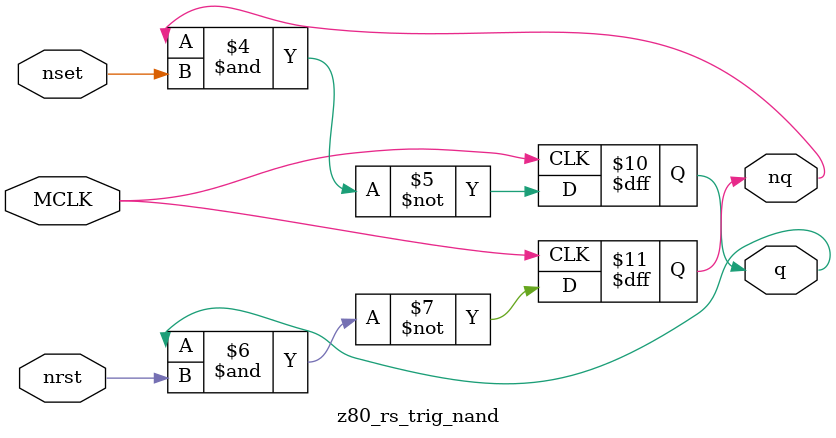
<source format=v>
/*
 * Copyright (C) 2022-2023 nukeykt
 *
 * This file is part of Nuked-MD.
 *
 * This program is free software; you can redistribute it and/or
 * modify it under the terms of the GNU General Public License
 * as published by the Free Software Foundation; either version 2
 * of the License, or (at your option) any later version.
 *
 * This program is distributed in the hope that it will be useful,
 * but WITHOUT ANY WARRANTY; without even the implied warranty of
 * MERCHANTABILITY or FITNESS FOR A PARTICULAR PURPOSE.  See the
 * GNU General Public License for more details.
 *
 *  Z80 emulator
 *  Thanks:
 *      Antoine Bercovici:
 *          Z80 decap & die shot.
 *      Visual6502 team:
 *          VisualZ80 simulator.
 *      org, andkorzh, HardWareMan (emu-russia):
 *          help & support.
 */
 
 // Z80(NMOS)

module z80cpu
	(
	input MCLK,
	input CLK,
	output [15:0] ADDRESS,
	inout [7:0] DATA,
	output M1,
	output MREQ,
	output IORQ,
	output RD,
	output WR,
	output RFSH,
	output HALT,
	input WAIT,
	input INT,
	input NMI,
	input RESET,
	input BUSRQ,
	output BUSAK
	);
	
	wire clk = CLK;
	
	wire w1;
	wire w2;
	wire w3;
	wire w4, w4_i;
	wire w5;
	wire w6, w6_i;
	wire w7;
	wire w8, w8_i;
	wire w9_n, w9_i;
	reg w9 = 1'h0;
	wire w10;
	wire w11;
	wire w12;
	wire w13;
	wire w14;
	wire w15;
	wire w16;
	wire w18, w18_i;
	wire w19, w19_i;
	wire w21, w21_i;
	wire w22, w22_i;
	wire w23;
	wire w24;
	wire w25;
	wire w26;
	wire w27;
	wire w28;
	reg w30 = 1'h0;
	wire w31, w31_i;
	wire w32;
	wire w33, w33_i;
	wire w34, w34_i;
	wire w35;
	wire w36;
	wire w37, w37_i; //
	wire w38;
	wire w39, w39_i;
	reg w40 = 1'h0, w40_i = 1'h1;
	wire w41;
	wire w42;
	wire w43;
	wire w44, w44_n, w44_i;
	wire w45;
	wire w46;
	wire w47;
	wire w48, w48_i;
	wire w49;
	wire w50, w50_i;
	wire w51, w51_i;
	wire w52;
	wire w53;
	wire w54;
	wire w55;
	wire w56;
	wire w57;
	wire w58, w58_i;
	wire w59;
	wire w60;
	wire w61, w61_i;
	wire w62;
	wire w63, w63_t;
	wire w65;
	wire w66, w66_i;
	wire w67;
	wire o_busak;
	wire w68, w68_i;
	wire w69;
	wire w71;
	reg w73 = 1'h0;
	reg w74 = 1'h0;
	wire w75;
	wire w76;
	wire w77;
	reg w78_i = 1'h0;
	wire w78;
	wire w79;
	reg w80 = 1'h0;
	wire w81;
	wire w82;
	wire w83;
	wire w84;
	wire w85;
	wire w86;
	wire w87;
	wire w88;
	wire w89;
	wire w90;
	wire w91;
	reg w92;
	wire w93;
	wire w94;
	reg w95_i;
	wire w95;
	wire w96;
	wire w97;
	wire w98;
	wire w99;
	reg w100;
	wire w101;
	wire w102;
	wire w103;
	wire w104;
	wire w105;
	wire w106;
	wire w107;
	wire w109_i;
	wire w109;
	wire w110;
	wire w111;
	wire w112;
	wire w113;
	wire w114, w114_i;
	wire w115, w115_i;
	wire w116;
	wire w117;
	wire w118;
	wire w119;
	wire w120, w120_i;
	wire w121, w121_i;
	wire w122;
	wire w123, w123_i;
	wire w124;
	wire w125;
	wire w126;
	wire w127, w127_i;
	wire w128;
	wire w129;
	wire rfsh_rs, rfsh;
	wire w130;
	wire w131, w131_i;
	wire w132;
	wire w133;
	wire w134;
	wire w135;
	wire w136;
	wire w137;
	wire w138;
	wire w139;
	wire w140;
	wire w141;
	wire w142;
	wire w143;
	wire w144;
	reg [7:0] w145 = 8'h0;
	reg [7:0] w146 = 8'h0; // bus 1
	reg [7:0] w147 = 8'h0;
	wire w148;
	wire w149;
	wire w150;
	wire w151;
	wire w152;
	wire w153;
	wire w154;
	wire w155;
	wire w156;
	wire w157;
	wire w158;
	wire w159;
	wire w160;
	wire w161;
	wire w162;
	wire w163;
	wire w164;
	wire w165;
	wire w166;
	wire w167;
	wire w168;
	wire w169;
	wire w170;
	wire w171;
	wire w172;
	wire w173;
	wire w174;
	wire w175;
	wire w176;
	wire w177;
	wire w178;
	wire w179;
	wire w180;
	wire w181;
	wire w182;
	wire w183;
	wire w184;
	wire w185;
	wire w186;
	wire w187;
	wire w188;
	wire w189;
	wire w190;
	wire w191;
	wire w192;
	wire w193;
	wire w194;
	wire w195;
	wire w196;
	wire w197;
	wire w198;
	wire w199;
	wire w200;
	wire w201;
	wire w202;
	wire w203;
	wire w204;
	wire w205;
	wire w206;
	wire w207;
	wire w208;
	wire w209;
	wire w210, w210_i;
	wire w211;
	wire w212;
	wire w213;
	wire w214;
	wire w215;
	wire w216;
	wire w217;
	wire w218;
	wire w219;
	wire w220;
	wire w221;
	wire w222;
	wire w223;
	wire w224;
	wire w225;
	wire w226;
	wire w227;
	wire w228;
	wire w229;
	wire w230;
	wire w231;
	wire w232;
	wire w233;
	wire w234;
	wire w235;
	wire w236;
	wire w237;
	wire w238;
	wire w239;
	wire w240;
	wire w241;
	wire w242;
	wire w243;
	wire w244;
	wire w245;
	wire w246;
	wire w247;
	wire w248;
	wire w249;
	wire w250;
	wire w251;
	wire w252;
	wire w253;
	wire w254;
	wire w255;
	wire w256;
	wire w257;
	wire w258;
	wire w259;
	wire w260;
	wire w261;
	wire w262;
	wire w263;
	wire w264;
	wire w265;
	wire w266;
	wire w267;
	wire w268;
	wire w269;
	wire w270;
	wire w271;
	wire w272;
	wire w273;
	wire w274;
	wire w275;
	wire w276;
	wire w277;
	wire w278;
	wire w279;
	wire w280;
	wire w281;
	wire w282;
	wire w283;
	wire w284;
	wire w285;
	wire w286;
	wire w287;
	wire w288;
	wire w289;
	wire w290;
	wire w291;
	wire w292;
	wire w293;
	wire w294;
	wire w295;
	wire w296;
	wire w297;
	wire w298;
	wire w299;
	wire w300;
	wire w301;
	wire w302;
	wire w303;
	wire w304;
	wire w305;
	wire w306;
	wire w307;
	wire w308;
	wire w309;
	wire w310;
	wire w311;
	wire w312;
	wire w313;
	wire w314;
	wire w315;
	wire w316;
	wire w317;
	wire w318;
	wire w319;
	reg w320 = 1'h0;
	wire w321;
	wire w322;
	wire w323;
	wire w324;
	wire w325;
	wire w326;
	wire w327_n, w327_i;
	reg w327 = 1'h0;
	wire w328;
	wire w329;
	wire w330_n, w330_i;
	wire w331;
	wire w332_n, w332_i;
	wire w333;
	wire w334;
	wire w335;
	wire w336;
	wire w337;
	wire w338;
	wire w339;
	wire w340;
	wire w341;
	wire w342;
	wire w343;
	wire w344;
	wire w345;
	wire w346;
	wire w347;
	wire w348;
	wire w349;
	wire w350;
	wire w351;
	wire w352;
	wire w353;
	wire w354;
	wire w355;
	wire w356;
	wire w357;
	wire w358;
	wire w359;
	wire w360;
	wire w361_n, w361_i;
	wire w362;
	wire w363;
	wire w364;
	wire w365;
	wire w366;
	wire w367;
	wire w368;
	wire w369;
	wire w370;
	wire w371;
	wire w372;
	wire w373;
	wire w374;
	wire w375;
	wire w376;
	wire w377;
	wire w378_1, w378_2, w378;
	wire w379_1, w379_2, w379;
	wire w380, w380_i;
	wire w381;
	wire w382;
	wire w383;
	wire w384;
	wire w385;
	wire w386;
	wire w387;
	wire w388;
	wire w389;
	wire w390;
	wire w391;
	wire w392;
	wire w393;
	wire w394;
	wire w395;
	wire w396;
	wire w397;
	wire w398;
	wire w399;
	wire w400, w400_v;
	wire w401;
	wire w402;
	wire w403;
	wire w404;
	wire w405;
	wire w406;
	wire w407;
	wire w408;
	wire w409;
	wire w410;
	wire w411;
	wire w412;
	wire w413;
	wire w414;
	wire w415;
	wire w416;
	wire w417;
	wire w418;
	wire w419;
	reg w420 = 1'h0;
	wire w421;
	wire w422;
	wire w423;
	wire w424;
	reg w425 = 1'h0;
	wire w426;
	wire w427;
	wire w428;
	wire w429;
	wire w430;
	wire w431;
	wire w432;
	wire w433;
	wire w434;
	wire w435;
	wire w436;
	wire w437;
	wire w438;
	wire w439;
	wire w440;
	reg w441 = 1'h0;
	wire w442, w442_i;
	wire w443;
	wire w444;
	reg w445 = 1'h0;
	wire w446;
	wire w448;
	wire w449;
	reg w450 = 1'h0;
	wire w452;
	wire w453;
	wire w454;
	wire w455;
	wire w456;
	wire w457;
	wire w458;
	wire w459;
	wire w460;
	wire w461;
	wire w462;
	wire w463;
	reg w464 = 1'h0;
	wire w465;
	wire w466;
	wire w467;
	wire w468;
	wire w469;
	wire w470;
	wire w471;
	wire w472;
	reg w473 = 1'h0;
	wire w474;
	wire w475;
	reg w476 = 1'h0;
	wire w477;
	wire w479;
	wire w480;
	wire w481;
	wire w483;
	reg [7:0] w484 = 8'h0; // bus 2
	wire w485;
	wire w486;
	wire w487;
	wire w490;
	wire w491;
	wire w492;
	wire w493;
	wire w494;
	wire w495;
	reg [7:0] w496 = 8'h0;
	wire [7:0] w497;
	reg [7:0] w498 = 8'h0;
	reg [3:0] w499 = 4'h0;
	wire [3:0] w500;
	wire w501;
	wire w502;
	reg [3:0] w503 = 4'h0;
	wire [3:0] w504;
	wire w505;
	wire w506;
	wire w507;
	wire w508;
	reg [7:0] w510 = 8'h0;
	reg [7:0] w511 = 8'h0;
	wire [3:0] w512;
	reg [7:0] w513 = 8'h0; // bus 3
	
	wire [15:0] rpull1[1:0];
	wire [15:0] rpull2[1:0];
	wire [15:0] rpull1_comb[1:0];
	wire [15:0] rpull2_comb[1:0];
	wire [15:0] rpullup1[1:0];
	wire [15:0] rpullup2[1:0];
	wire [15:0] rpullup1_comb[1:0];
	wire [15:0] rpullup2_comb[1:0];
	reg [15:0] regs[11:0][1:0];
	reg [15:0] regs2[1:0][1:0];
	
	reg [15:0] w514 = 16'h0;
	reg [15:0] w515 = 16'h0;
	
	wire w516;
	wire w517;
	wire w518;
	wire w519;
	
	reg [15:0] w520 = 16'h0;
	reg [15:0] w521 = 16'h0;
	reg [15:0] w522 = 16'h0;
	wire [15:0] w523;
	reg w524 = 1'h0;
	wire [14:0] w525;
	reg [15:0] w526 = 16'h0;
	reg [15:0] w527 = 16'h0;
	wire [15:0] w528;

	wire w530;
	wire w531;
	wire w532;
	
	wire halt, halt_i;
	
	wire m1;
	
	wire l1;
	wire l2;
	wire l3;
	wire l4;
	wire l5;
	wire l6;
	wire l7;
	wire l8;
	wire l9;
	wire l10;
	wire l11;
	wire l12;
	wire l13;
	wire l14;
	wire l15;
	wire l16;
	wire l17;
	wire l18;
	wire l19;
	wire l20;
	wire l21;
	wire l22;
	wire l23;
	wire l24;
	wire l25;
	wire l26;
	wire l27;
	wire l28;
	wire l29;
	wire l30;
	wire l31;
	wire l32;
	wire l33;
	wire l34;
	wire l35;
	wire l36;
	wire l37;
	wire l38;
	wire l39;
	wire l40;
	wire l41;
	wire l42;
	wire l43;
	wire l44;
	wire l45;
	wire l46, l46_i;
	wire l47, l47_i;
	wire l48, l48_i;
	wire l49, l49_i;
	wire l50;
	wire l51;
	wire l52;
	wire l53;
	wire l54;
	wire l55;
	wire l56;
	wire l57;
	wire l58;
	wire l59;
	wire l60;
	wire l61;
	wire l62;
	wire l63;
	wire l64;
	wire l65;
	wire l66;
	wire l67;
	wire l68;
	wire l70;
	wire l71;
	wire l72;
	wire l73;
	wire l75;
	wire l76;
	wire l77;
	wire l79;
	wire l81;
	wire l82;
	wire l83;
	wire l84;
	
	// pla
	
	wire [98:0] pla;
	
	
	//
	
	wire w1_i;
	
	assign w1 = ~w1_i;
	
	z80_rs_trig_nor rs1
		(
		.MCLK(MCLK),
		.rst(clk & w3 & w41),
		.set(w55 | (clk & (w114 | w201))),
		.q(w1_i),
		.nq()
		);
		
	z80_dlatch dl1
		(
		.MCLK(MCLK),
		.en(clk),
		.inp(w69),
		.outp(l1)
		);
	
	z80_rs_trig_nor rs2
		(
		.MCLK(MCLK),
		.rst((clk & w131 & w41) | (~clk & ~l1)),
		.set(clk & w15),
		.q(w2),
		.nq()
		);
	
	
	assign w3 = ~(w201 | w202);
	
	
	z80_rs_trig_nand rs4
		(
		.MCLK(MCLK),
		.nset(clk | ~INT),
		.nrst(clk | INT),
		.q(w4),
		.nq(w4_i)
		);
	
	
	z80_rs_trig_nor rs5
		(
		.MCLK(MCLK),
		.rst(clk & w4_i),
		.set(clk & w4),
		.q(w5),
		.nq()
		);
		
	z80_dlatch dl2
		(
		.MCLK(MCLK),
		.en(clk),
		.inp(~(w55 | w19)),
		.outp(l2)
		);
	
	wire nmi = ~NMI;
	
	z80_rs_trig_nor rs7
		(
		.MCLK(MCLK),
		.rst(~l2),
		.set(~nmi),
		.q(w7),
		.nq()
		);
	
	z80_rs_trig_nor rs6
		(
		.MCLK(MCLK),
		.rst(~l2 | (nmi & ~w7)),
		.set(nmi & w7),
		.q(w6),
		.nq(w6_i)
		);
	
	
	z80_rs_trig_nand rs8
		(
		.MCLK(MCLK),
		.nset(clk | w6_i),
		.nrst(clk | w6),
		.q(w8),
		.nq(w8_i)
		);
	
	z80_rs_trig_nor rs9
		(
		.MCLK(MCLK),
		.rst(clk & w8_i),
		.set(clk & w8),
		.q(w9_n),
		.nq(w9_i)
		);
	
	always @(posedge MCLK)
	begin
		if (w9_i)
			w9 <= 1'h0;
		else if (w9_n)
			w9 <= 1'h1;
	end
	
	assign w10 = ~(w12 | w9 | w11);
	
	assign w11 = ~(w12 | w9 | ~pla[3]);
		
	z80_dlatch dl3
		(
		.MCLK(MCLK),
		.en(clk),
		.inp(~w73 | pla[1]),
		.outp(l3)
		);
	
	assign w12 = ~(w5 | w9 | l3);
	
	assign w13 = ~((w16 & ~w10) | w18 | w19 | halt);
	
	assign w14 = ~(w13 | (w16 & w10));
	
	assign w15 = ~(~w114 | w202 | w201);
		
	z80_dlatch dl4
		(
		.MCLK(MCLK),
		.en(clk),
		.inp(~(w55 | ~w97 | ~w118 | w133)),
		.outp(l4)
		);
	
	assign w16 = l4 & ~clk;
	
	z80_rs_trig_nor rs18
		(
		.MCLK(MCLK),
		.rst(w16 & w12),
		.set((w16 & ~w12) | w55),
		.q(w18_i),
		.nq()
		);
	
	assign w18 = ~w18_i;
	
	z80_rs_trig_nor rs19
		(
		.MCLK(MCLK),
		.rst(w16 & w9),
		.set((w16 & ~w9) | w55),
		.q(w19_i),
		.nq()
		);
	
	assign w19 = ~w19_i;
	
	z80_rs_trig_nor rs21
		(
		.MCLK(MCLK),
		.rst(w32 | w26),
		.set(w24),
		.q(w21),
		.nq(w21_i)
		);
	
	assign MREQ = ~w21_i ? 1'h0 : ((~w21 & ~w62) ? 1'h1 : 1'hz);
	
	z80_rs_trig_nor rs22
		(
		.MCLK(MCLK),
		.rst(w26 | w32),
		.set(w23 | (w36 & clk)),
		.q(w22),
		.nq(w22_i)
		);
	
	assign IORQ = ~w22_i ? 1'h0 : ((~w22 & ~w62) ? 1'h1 : 1'hz);
		
	z80_dlatch dl5
		(
		.MCLK(MCLK),
		.en(clk),
		.inp(w35),
		.outp(l5)
		);
	
	assign w23 = ~clk & ~l5;
		
	z80_dlatch dl6
		(
		.MCLK(MCLK),
		.en(clk),
		.inp(w27),
		.outp(l6)
		);
	
	assign w24 = ~clk & ~w202 & ~l6;
	
	assign w25 = ~(w24 | w23 | (w36 & clk));
	
	assign w26 = w131 & w41 & clk;
	
	assign w27 = !((w110 & w93) | (w131 & (w41 | (w110 & ~w18))));
		
	z80_dlatch dl7
		(
		.MCLK(MCLK),
		.en(clk),
		.inp(w57),
		.outp(l7)
		);
	
	assign w28 = ~(halt | (w18 & w80) | w55 | w19 | ~(w18 | l7));
	
	always @(posedge MCLK)
	begin
		if (w55)
			w30 <= 1'h1;
		else if (clk)
			w30 <= w30;
		else if (w103)
			w30 <= ~w28;
	end
		
	z80_dlatch dl8
		(
		.MCLK(MCLK),
		.en(clk),
		.inp(w101),
		.outp(l8)
		);
	
	z80_rs_trig_nor rs31
		(
		.MCLK(MCLK),
		.rst(w26 | w32),
		.set(~w25 & l8),
		.q(w31),
		.nq(w31_i)
		);
	
	assign RD = ~w31_i ? 1'h0 : ((~w31 & ~w62) ? 1'h1 : 1'hz);
	
		
	z80_dlatch dl9
		(
		.MCLK(MCLK),
		.en(clk),
		.inp(w94),
		.outp(l9)
		);
	
	
	assign w32 = ~clk & l9;
	
	z80_rs_trig_nor rs33
		(
		.MCLK(MCLK),
		.rst(~clk & ~l10),
		.set(~l11 | (clk & w106 & w114 & w201)),
		.q(w33),
		.nq(w33_i)
		);
	
	assign WR = ~w33_i ? 1'h0 : ((~w33 & ~w62) ? 1'h1 : 1'hz);
		
	z80_dlatch dl10
		(
		.MCLK(MCLK),
		.en(clk),
		.inp(~w41 & ~w55),
		.outp(l10)
		);
		
	z80_dlatch dl11
		(
		.MCLK(MCLK),
		.en(clk),
		.inp(~(w114 & w201)),
		.outp(l11)
		);
	
	wire w34_v = ~(l12 & w112);
	
	z80_rs_trig_nand rs34
		(
		.MCLK(MCLK),
		.nset(clk | ~w34_v),
		.nrst(clk | w34_v),
		.q(w34),
		.nq(w34_i)
		);
		
	z80_dlatch dl12
		(
		.MCLK(MCLK),
		.en(clk),
		.inp(~w41 & ~(~w114 & ~w34_i)),
		.outp(l12)
		);
	
	assign w35 = ~(~w37 & ~w131 & w18);
	
	assign w36 = w114 & w106;
		
	z80_dlatch dl82
		(
		.MCLK(MCLK),
		.en(clk),
		.inp(w114),
		.outp(l82)
		);
	
	assign w531 = ~(w131 & w18 & l82);
	
	z80_rs_trig_nand rs37
		(
		.MCLK(MCLK),
		.nset(clk | ~w531),
		.nrst(clk | w531),
		.q(w37),
		.nq(w37_i)
		);
	
	z80_dlatch dl_w38
		(
		.MCLK(MCLK),
		.en(clk),
		.inp(~(((w18 & w131) | w106) & (~w37 | w114))),
		.outp(w38)
		);
	
	z80_rs_trig_nor rs39
		(
		.MCLK(MCLK),
		.rst(clk & ~(w38 & WAIT)),
		.set(clk & (w38 & WAIT)),
		.q(w39),
		.nq(w39_i)
		);
	
	always @(posedge MCLK)
	begin
		w40 <= ~(w202 | (w40_i & (clk | w39)));
		w40_i <= ~(w40 & (clk | w39_i));
	end
	
	assign w41 = ~w40 & ~w34;
	
	assign w42 = ~clk & ~w43;
	
	assign w43 = ~(~pla[35] & l13);
	
	z80_dlatch dl13
		(
		.MCLK(MCLK),
		.en(clk),
		.inp(w110 & w201),
		.outp(l13)
		);
	
	z80_rs_trig_nor rs44
		(
		.MCLK(MCLK),
		.rst(w45),
		.set(l14 | (clk & w110)),
		.q(w44_n),
		.nq(w44_i)
		);
	
	z80_dlatch dl14
		(
		.MCLK(MCLK),
		.en(clk),
		.inp(w113),
		.outp(l14)
		);
		
	assign w44 = ~w44_i;
	
	z80_dlatch dl15
		(
		.MCLK(MCLK),
		.en(clk),
		.inp(~(w201 & w110)),
		.outp(l15)
		);
	
	assign w45 = ~clk & ~l15;
	
	assign w46 = ~(w131 | (w127 & pla[35]) | (w127 & w107));
	
	assign w47 = ~clk & ~l16;
	
	z80_dlatch dl16
		(
		.MCLK(MCLK),
		.en(clk),
		.inp(~(w107 & w127 & w41)),
		.outp(l16)
		);
	
	z80_dlatch dl17
		(
		.MCLK(MCLK),
		.en(clk),
		.inp(~(w114 & w131)),
		.outp(l17)
		);
	
	z80_dlatch dl18
		(
		.MCLK(MCLK),
		.en(clk),
		.inp(~(w41 | w55)),
		.outp(l18)
		);
	
	z80_rs_trig_nand rs48
		(
		.MCLK(MCLK),
		.nset(clk | l17),
		.nrst(clk | l18),
		.q(w48),
		.nq(w48_i)
		);
	
	assign w49 = ~(w48 | w47);
	
	z80_rs_trig_nand rs50
		(
		.MCLK(MCLK),
		.nset(clk | RESET),
		.nrst(clk | ~RESET),
		.q(w50),
		.nq(w50_i)
		);
	
	z80_rs_trig_nor rs51
		(
		.MCLK(MCLK),
		.rst(clk & w50_i),
		.set(clk & w50),
		.q(w51),
		.nq(w51_i)
		);
		
	assign w52 = ~clk & l19;
	
	z80_dlatch dl19
		(
		.MCLK(MCLK),
		.en(clk),
		.inp(~(w131 & w114)),
		.outp(l19)
		);
		
	assign w53 = ~clk & ~l20 & ~w55;
	
	z80_dlatch dl20
		(
		.MCLK(MCLK),
		.en(clk),
		.inp(~(w131 & w114)),
		.outp(l20)
		);
	
	z80_rs_trig_nor rs54
		(
		.MCLK(MCLK),
		.rst(w52 & w51),
		.set(w52 & w51_i),
		.q(w54),
		.nq()
		);
	
	assign w55 = ~w54;
	
	z80_rs_trig_nor rs56
		(
		.MCLK(MCLK),
		.rst(w53 & w51),
		.set((w53 & w104 & ~w51) | w55),
		.q(w56),
		.nq()
		);
	
	assign w57 = w56 | ~w104;
	
	z80_rs_trig_nand rs58
		(
		.MCLK(MCLK),
		.nset(clk | BUSRQ),
		.nrst(clk | ~BUSRQ),
		.q(w58),
		.nq(w58_i)
		);
	
	z80_rs_trig_nor rs59
		(
		.MCLK(MCLK),
		.rst(clk & w58_i),
		.set(clk & w58),
		.q(w59),
		.nq()
		);
	
	z80_dlatch dl21
		(
		.MCLK(MCLK),
		.en(clk),
		.inp(w68),
		.outp(l21)
		);
	
	assign w60 = l21 & w112;
	
	z80_rs_trig_nand rs61
		(
		.MCLK(MCLK),
		.nset(clk | ~w60),
		.nrst(clk | w60),
		.q(),
		.nq(w61_i)
		);
	
	assign w61 = ~w61_i;
	
	assign w62 = l22 | o_busak;
	
	z80_dlatch dl22
		(
		.MCLK(MCLK),
		.en(clk),
		.inp(o_busak),
		.outp(l22)
		);
	
	assign o_busak = ~w65 & ~w66_i & ~w67;
	
	assign BUSAK = ~o_busak;
	
	z80_dlatch dl23
		(
		.MCLK(MCLK),
		.en(clk),
		.inp(w55),
		.outp(l23)
		);
	
	z80_rs_trig_nand rs63
		(
		.MCLK(MCLK),
		.nset(clk | ~l23),
		.nrst(clk | l23),
		.q(),
		.nq(w63_t)
		);
	
	assign w63 = ~(w63_t | ~(clk | ~l23));
	
	z80_dlatch dl24
		(
		.MCLK(MCLK),
		.en(clk),
		.inp(~w63 & ~w133),
		.outp(l24)
		);
	
	assign w65 = ~(~l24 | clk | ~w59);
	
	z80_rs_trig_nor rs66
		(
		.MCLK(MCLK),
		.rst(w63 | w67),
		.set(w65),
		.q(w66),
		.nq(w66_i)
		);
	
	assign w67 = ~clk & ~w59;
	
	z80_dlatch dl25
		(
		.MCLK(MCLK),
		.en(clk),
		.inp(w109),
		.outp(l25)
		);
	
	assign w68 = ~w68_i;
	
	wire w68_v = ~(l25 & w112);
	
	z80_rs_trig_nand rs68
		(
		.MCLK(MCLK),
		.nset(clk | w68_v),
		.nrst(clk | ~w68_v),
		.q(),
		.nq(w68_i)
		);
	
	assign w69 = ~(w55 | (w41 & ~w131));
	
	z80_dlatch dl26
		(
		.MCLK(MCLK),
		.en(clk),
		.inp(~(w131 & pla[1] & w110)),
		.outp(l26)
		);
	
	assign w71 = ~clk & ~l26;
	
	always @(posedge MCLK)
	begin
		if (w19 | w18 | w55)
			w73 <= 0;
		else if (clk)
			w73 <= w73;
		else if (w71)
			w73 <= w147[3];
		else if (w75)
			w73 <= w74;
	end
	
	always @(posedge MCLK)
	begin
		if (w18 | w55)
			w74 <= 0;
		else if (clk)
			w74 <= w74;
		else if (w71)
			w74 <= w147[3];
	end
	
	z80_dlatch dl27
		(
		.MCLK(MCLK),
		.en(clk),
		.inp(w76),
		.outp(l27)
		);
	
	assign w75 = ~clk & ~l27 & ~w19;
	
	assign w76 = ~(pla[52] & w131 & w114);
	
	assign w77 = w89 & w19;
	
	always @(posedge MCLK)
	begin
		if (w55)
			w78_i <= 0;
		else if (clk)
			w78_i <= w78_i;
		else if (w79)
			w78_i <= w147[3];
	end
	
	assign w78 = ~w78_i;
	
	z80_dlatch dl28
		(
		.MCLK(MCLK),
		.en(clk),
		.inp(~(pla[2] & w131 & w110)),
		.outp(l28)
		);
	
	
	assign w79 = ~clk & ~l28;
	
	always @(posedge MCLK)
	begin
		if (w55)
			w80 <= 0;
		else if (clk)
			w80 <= w80;
		else if (w79)
			w80 <= w147[4];
	end
	
	assign w81 = w80 & (w89 & w78 & w18);
	
	assign w82 = ~(pla[33] | pla[34]);
	
	assign w83 = ~(w77 | ~w86);
	
	assign w84 = ~(~w80 | w85);
	
	assign w85 = ~(w78 & w18);
	
	assign w86 = (w89 & (w84 | w19)) | (~w89 & pla[42]);
	
	assign w87 = ~(w78 | ~w80);
	
	assign w88 = ~(w87 & w89 & w18);
	
	assign w89 = ~(w103 | ~w30);
	
	assign w90 = ~(~w91 | w30);
	
	assign w91 = ~(w92 | ~w95);
	
	z80_dlatch dl43
		(
		.MCLK(MCLK),
		.en(clk),
		.inp(~pla[47]),
		.outp(l43)
		);
	
	always @(posedge MCLK)
	begin
		if (w55)
			w92 <= 0;
		else if (clk)
			w92 <= w92;
		else if (w103)
			w92 <= ~l43;
	end
	
	assign w93 = ~(w131 | w106);
	
	assign w94 = (w41 & ~w131) | w55 | w109;
	
	always @(posedge MCLK)
	begin
		if (w55)
			w95_i <= 0;
		else if (clk)
			w95_i <= w95_i;
		else if (w103)
			w95_i <= w98;
	end
	
	assign w95 = ~w95_i;
	
	assign w96 = w95 | w103;
	
	assign w97 = ~(pla[47] | pla[54] | pla[57]);
	
	z80_dlatch dw98
		(
		.MCLK(MCLK),
		.en(clk),
		.inp(pla[54]),
		.outp(w98)
		);
	
	z80_dlatch dw99
		(
		.MCLK(MCLK),
		.en(clk),
		.inp(~pla[57]),
		.outp(w99)
		);
		
	always @(posedge MCLK)
	begin
		if (w55)
			w100 <= 0;
		else if (clk)
			w100 <= w100;
		else if (!w98 & w103)
			w100 <= w99;
	end
	
	assign w101 = ~(w202 | w201 | (w131 & (w41 | w18)));
	
	assign w102 = ~((w131 & w114) | (w110 & w127 & w107));
	
	z80_dlatch dl29
		(
		.MCLK(MCLK),
		.en(clk),
		.inp(w102),
		.outp(l29)
		);
	
	assign w103 = ~l29 & ~clk;
	
	z80_dlatch dw104
		(
		.MCLK(MCLK),
		.en(clk),
		.inp(w97),
		.outp(w104)
		);
	
	assign w105 = pla[61] | pla[71];
	
	assign w106 = (pla[77] & w120) | (w127 & pla[78]) | (w105 & w123);
	
	z80_dlatch dw107
		(
		.MCLK(MCLK),
		.en(clk),
		.inp(pla[76]),
		.outp(w107)
		);
	
	assign w109 = ~w109_i;
	
	z80_dlatch dl30
		(
		.MCLK(MCLK),
		.en(clk),
		.inp(w41),
		.outp(l30)
		);
	
	assign w530 = ~(w112 & l30);
	
	z80_rs_trig_nand rs109
		(
		.MCLK(MCLK),
		.nset(clk | w530),
		.nrst(clk | ~w530),
		.q(),
		.nq(w109_i)
		);
	
	assign w110 = ~(w113 | w111);
	
	z80_rs_trig_nand rs111
		(
		.MCLK(MCLK),
		.nset(clk | ~w112),
		.nrst(clk | w112),
		.q(w111),
		.nq()
		);
	
	z80_dlatch dw112
		(
		.MCLK(MCLK),
		.en(clk),
		.inp(~w113 & w133),
		.outp(w112)
		);
	
	assign w113 = w66 | w63 | w65;
	
	z80_dlatch dl31
		(
		.MCLK(MCLK),
		.en(clk),
		.inp(w110),
		.outp(l31)
		);
	
	assign w532 = ~(w112 & l31);
	
	z80_rs_trig_nand rs114
		(
		.MCLK(MCLK),
		.nset(clk | w532),
		.nrst(clk | ~w532),
		.q(),
		.nq(w114_i)
		);
	
	assign w114 = ~w114_i;
	
	z80_rs_trig_nor rs115
		(
		.MCLK(MCLK),
		.rst(clk & (w131 | w123)),
		.set(clk & w116),
		.q(),
		.nq(w115_i)
		);
	
	assign w115 = ~w115_i;
	
	assign w116 = w114 & w120 & w126;
	
	assign w117 = w55 | w121 | (w123 & ~w164) | (w120 & w138 & ~w159)
		| (w127 & (pla[98] | (w155 & (~(~w164 | ~w151) | ~w151))));
	
	assign w118 = w117 | w299 | (w131 & w139);
	
	z80_dlatch dl32
		(
		.MCLK(MCLK),
		.en(clk),
		.inp(w131),
		.outp(l32)
		);
	
	assign w119 = l32 & ~w134 & ~w130;
	
	z80_rs_trig_nor rs120
		(
		.MCLK(MCLK),
		.rst(w132 & ~w119),
		.set(w132 & w119),
		.q(),
		.nq(w120_i)
		);
	
	assign w120 = ~w120_i;
	
	z80_rs_trig_nor rs121
		(
		.MCLK(MCLK),
		.rst(w132 & ~w122),
		.set(w132 & w122),
		.q(),
		.nq(w121_i)
		);
	
	assign w121 = ~w121_i;
	
	z80_dlatch dl33
		(
		.MCLK(MCLK),
		.en(clk),
		.inp(w123),
		.outp(l33)
		);
	
	assign w122 = l33 & ~w130;
	
	z80_rs_trig_nor rs123
		(
		.MCLK(MCLK),
		.rst(w132 & ~w124),
		.set(w132 & w124),
		.q(),
		.nq(w123_i)
		);
	
	assign w123 = ~w123_i;
	
	z80_dlatch dl34
		(
		.MCLK(MCLK),
		.en(clk),
		.inp(w127),
		.outp(l34)
		);
	
	assign w124 = ~w130 & (l34 | w134);
	
	assign w125 = ~((~w169 & ~w100) | (w169 & w161));
	
	assign w126 = (~w169 & ~w100) | w255;
	
	z80_rs_trig_nor rs127
		(
		.MCLK(MCLK),
		.rst(w132 & ~w128),
		.set(w132 & w128),
		.q(),
		.nq(w127_i)
		);
	
	assign w127 = ~w127_i;
	
	z80_dlatch dl35
		(
		.MCLK(MCLK),
		.en(clk),
		.inp(w120),
		.outp(l35)
		);
	
	assign w128 = ~(w134 | w130 | ~l35);
	
	assign w129 = ~(w131 & (w109 | w41));
	
	z80_rs_trig_nor rsrfsh
		(
		.MCLK(MCLK),
		.rst(clk & ~w129),
		.set(clk & w129),
		.q(rfsh_rs),
		.nq()
		);
	
	assign rfsh = ~rfsh_rs;
	
	assign RFSH = ~rfsh;
	
	z80_dlatch dw130
		(
		.MCLK(MCLK),
		.en(clk),
		.inp(w118),
		.outp(w130)
		);
	
	z80_rs_trig_nor rs131
		(
		.MCLK(MCLK),
		.rst(w132 & ~w130),
		.set(w132 & w130),
		.q(),
		.nq(w131_i)
		);
	
	assign w131 = ~w131_i;
	
	z80_dlatch dl36
		(
		.MCLK(MCLK),
		.en(clk),
		.inp(~w133),
		.outp(l36)
		);
	
	assign w132 = ~clk & l36;
	
	assign w133 = ~w137 & ~w55;
	
	z80_dlatch dw134
		(
		.MCLK(MCLK),
		.en(clk),
		.inp(w125 & ((w159 & w131) | w120)),
		.outp(w134)
		);
	
	assign w135 = ~((w190 & w68) | (w131 & w109 & w149));
	
	assign w136 = ~(w61 | (w41 & w143) | (w109 & w141));
	
	assign w137 = ~w135 | ~w136;
	
	assign w138 = w161 & ~w126;
	
	assign w139 = w159 & w161 & w169 & w157;
	
	assign w140 = ~w155 & w151 & ~w255;
	
	assign w141 = w186 & ((w140 & w127) | w123);
	
	assign w142 = w186 & ~w255 & ~w234;
	
	assign w143 = w120 | (w142 & w123) | (w121 & ~pla[88])
		| (w127 & (~w151 | (w140 & w299)));
	
	z80_dlatch dl37
		(
		.MCLK(MCLK),
		.en(clk),
		.inp(w133),
		.outp(l37)
		);
	
	z80_dlatch dl38
		(
		.MCLK(MCLK),
		.en(clk),
		.inp(~w110 & ~w55),
		.outp(l38)
		);
	
	z80_rs_trig_nand rs144
		(
		.MCLK(MCLK),
		.nset(clk | l37),
		.nrst(clk | l38),
		.q(w144),
		.nq()
		);
	
	always @(posedge MCLK)
	begin
		if (w2)
			w145 <= ~DATA;
		else if (w42)
			w145 <= w146;
		else
			w145 <= w145;
	end
	
	always @(posedge MCLK)
	begin
		if (w49)
			w147 <= w147;
		else
			w147 <= ~w146;
	end
	
	// pla
	assign pla[0] = (w147 & 8'hf7) == 8'hd3 & w90; // out(n), a; in(n), a
	assign pla[1] = (w147 & 8'hf7) == 8'hf3 & w90; // di; ei
	assign pla[2] = (w147 & 8'hc7) == 8'h46 & w92; // im 0; im 1; im 2
	assign pla[3] = w147 == 8'h76 & w90; // halt
	assign pla[4] = (w147 & 8'he7) == 8'ha0 & w92; // ldi; ldd; ldir; lddr
	assign pla[5] = (w147 & 8'he7) == 8'ha1 & w92; // cpi; cpd; cpir; cpdr
	assign pla[6] = w147 == 8'h37 & w90; // scf
	assign pla[7] = (w147 & 8'he6) == 8'ha2 & w92; // ini; outi; ind; outd; inir; otir; indr; otdr
	assign pla[8] = w147 == 8'h10 & w90; // djnz d
	assign pla[9] = w147 == 8'h3f & w90; // ccf
	assign pla[10] = (w147 & 8'h38) == 8'h28 & ~w82; // xor
	assign pla[11] = (w147 & 8'hf7) == 8'h57 & w92; // ld a,i; ld a,r
	assign pla[12] = (w147 & 8'h38) == 8'h30 & ~w82; // or
	assign pla[13] = (w147 & 8'h38) == 8'h20 & ~w82; // and
	assign pla[14] = (w147 & 8'h38) == 8'h00 & ~w82; // add
	assign pla[15] = (w147 & 8'hf7) == 8'h57 & w92 & ~w74; // ???
	assign pla[16] = (w147 & 8'hc7) == 8'h44 & w92; // neg
	assign pla[17] = w147 == 8'h2f & w90; // cpl
	assign pla[18] = (w147 & 8'h38) == 8'h08 & ~w82; // adc
	assign pla[19] = (w147 & 8'h38) == 8'h18 & ~w82; // sbc
	assign pla[20] = (w147 & 8'h38) == 8'h10 & ~w82; // sub
	assign pla[21] = w147 == 8'h27 & w90; // daa
	assign pla[22] = (w147 & 8'h38) == 8'h38 & ~w82; // cp
	assign pla[23] = (w147 & 8'hc7) == 8'h05 & w90; // dec byte
	assign pla[24] = (w147 & 8'hc0) == 8'hc0 & ~w96; // set
	assign pla[25] = (w147 & 8'hc0) == 8'h80 & ~w96; // res
	assign pla[26] = (w147 & 8'hc0) == 8'h40 & ~w96; // bit
	assign pla[27] = (w147 & 8'he7) == 8'h07 & w90; // rlca; rrca; rla; rra
	assign pla[28] = (w147 & 8'hc0) == 8'h00 & ~w96; // rlc; rrc; rl; rr; sla; sra; sll; srl
	assign pla[29] = (w147 & 8'hcf) == 8'h09 & w90; // add hl, bc; de ; hl ;sp
	assign pla[30] = (w147 & 8'hc7) == 8'h42 & w92; // sbc hl, adc hl
	assign pla[31] = (w147 & 8'hc7) == 8'h40 & w92; // in (c)
	assign pla[32] = (w147 & 8'hc6) == 8'h04 & w90; // inc dec byte
	assign pla[33] = (w147 & 8'hc0) == 8'h80 & w90; // 8'h80-8'hbf alu opcode
	assign pla[34] = (w147 & 8'hc7) == 8'hc6 & w90; // n alu opcodes
	assign pla[35] = (w147 & 8'hc7) == 8'h06 & w90; // ld n opcodes
	assign pla[36] = ~w96;
	assign pla[37] = (w147 & 8'hc0) == 8'h40 & w90; // ld reg opcodes
	assign pla[38] = (w147 & 8'hf7) == 8'h67 & w92; // rrd, rld
	assign pla[39] = (w147 & 8'hf8) == 8'h70 & w90 & ~pla[3]; // ld to (hl) opcodes
	assign pla[40] = (w147 & 8'hc7) == 8'h46 & w90 & ~pla[3]; // ld from (hl) opcodes
	assign pla[41] = (w147 & 8'hf7) == 8'h47 & w92; // ld i,a ; ld r,a
	assign pla[42] = (w147 & 8'hc7) == 8'hc7 & w90; // rst n
	assign pla[43] = (w147 & 8'h07) == 8'h06 & ~w96; // bit opcode (hl)
	assign pla[44] = ~w96 & ~w100; // 
	assign pla[45] = (w147 & 8'hfe) == 8'h34 & w90; // inc dec (hl)
	assign pla[46] = (w147 & 8'hc7) == 8'h86 & w90; // alu (hl)
	assign pla[47] = w147 == 8'hed & w90; // misc opcode prefix
	assign pla[48] = w147 == 8'h36 & w90; // ld (hl), n
	assign pla[49] = w147 == 8'hcb & ~w100; // ix, iy bit instutruction ?
	assign pla[50] = (w147 & 8'he7) == 8'h20 & w90; // jr nz, z, nc, c
	assign pla[51] = w147 == 8'h18 & w90; // jr d
	assign pla[52] = (w147 & 8'hc7) == 8'h45 & w92; // retn, reti
	assign pla[53] = (w147 & 8'hc7) == 8'hc0 & w90; // ret condition
	assign pla[54] = w147 == 8'hcb & w90; // bit opcode prefix
	assign pla[55] = (w147 & 8'hc7) == 8'hc2 & w90; // jp n condition
	assign pla[56] = (w147 & 8'hc7) == 8'hc4 & w90; // call n condition
	assign pla[57] = (w147 & 8'hdf) == 8'hdd & w90; // ix, iy
	assign pla[58] = w147 == 8'h36 & w90 & ~w100; // ld (ix/y), n
	assign pla[59] = w147 == 8'h08 & w90; // ex af, af'
	assign pla[60] = (w147 & 8'hf7) == 8'h32 & w90; // ld (nn), a; ld a, (nn)
	assign pla[61] = (w147 & 8'hf7) == 8'hd3 & w90; // out (n), a; in a, (n)
	assign pla[62] = (w147 & 8'he7) == 8'h02 & w90; // ld (bc), a; ld (de), a; ld a, (bc); ld a(de)
	assign pla[63] = w147 == 8'hc9 & w90; // ret
	assign pla[64] = (w147 & 8'hc7) == 8'h41 & w92; // out (c), reg
	assign pla[65] = (w147 & 8'hcf) == 8'h43 & w92; // ld (nn), word reg
	assign pla[66] = (w147 & 8'he7) == 8'h47 & w92; // ld i, a; ld r, a; ld a, i; ld a, r
	assign pla[67] = (w147 & 8'hc7) == 8'h43 & w92; // ld (nn), word reg, ld word reg, (nn)
	assign pla[68] = (w147 & 8'hf7) == 8'h22 & w90; // ld (nn), hl; ld hl, (nn)
	assign pla[69] = w147 == 8'hc3 & w90; // jp nn
	assign pla[70] = w147 == 8'hd3 & w90; // out (n), a
	assign pla[71] = (w147 & 8'hc6) == 8'h40 & w92; // in/ out (c), byte
	assign pla[72] = w147 == 8'h10 & w90; // djnz d
	assign pla[73] = (w147 & 8'he7) == 8'h07 & w90; // rlca; rrca; rla; rra
	assign pla[74] = w147 == 8'hcd & w90; // call nn
	assign pla[75] = (w147 & 8'hcb) == 8'hc1 & w90; // pop, push
	assign pla[76] = w147 == 8'hcb & ~w100; // ix, iy bit instutruction ?
	assign pla[77] = (w147 & 8'he7) == 8'ha2 & w92; // ini; ind; inir; indr
	assign pla[78] = (w147 & 8'he7) == 8'ha3 & w92; // outi; outd; otir; otdr
	assign pla[79] = (w147 & 8'he7) == 8'ha1 & w92; // cpi; cpd; cpir; cpdr
	assign pla[80] = (w147 & 8'he7) == 8'ha0 & w92; // ldi; ldd; ldir; lddr
	assign pla[81] = (w147 & 8'hc7) == 8'h06 & w90; // ld byte n
	assign pla[82] = (w147 & 8'hcf) == 8'hc5 & w90; // push
	assign pla[83] = (w147 & 8'hf7) == 8'h67 & w92; // rrd, rld
	assign pla[84] = (w147 & 8'hcf) == 8'h0b & w90; // dec word
	assign pla[85] = (w147 & 8'hcf) == 8'h02 & w90; // load from address
	assign pla[86] = (w147 & 8'he7) == 8'ha0 & w92; // ldi; ldd; ldir; lddr
	assign pla[87] = (w147 & 8'he7) == 8'ha1 & w92; // cpi; cpd; cpir; cpdr
	assign pla[88] = w147 == 8'he3 & w90; // ex (sp), hl
	assign pla[89] = (w147 & 8'hc7) == 8'h03 & w90; // inc, dec word
	assign pla[90] = (w147 & 8'he7) == 8'h02 & w90; // ld address from register
	assign pla[91] = (w147 & 8'hcf) == 8'h01 & w90; // ld nn word
	assign pla[92] = w147 == 8'he9 & w90; // jp (hl)
	assign pla[93] = w147 == 8'hf9 & w90; // ld sp, hl
	assign pla[94] = (w147 & 8'he7) == 8'h47 & w92; // ld i,a; ld r,a; ld a,i; ld a,r
	assign pla[95] = (w147 & 8'hdf) == 8'hdd & w90; // ix, iy
	assign pla[96] = w147 == 8'heb & w90; // ex de, hl
	assign pla[97] = w147 == 8'hd9 & w90; // exx
	assign pla[98] = (w147 & 8'hf4) == 8'ha0 & w92; // 
	
	assign w148 = ~(pla[11] | pla[16] | pla[17] |
		pla[21] | pla[27] | pla[33] | pla[34]
		| pla[38]);
	assign w149 = ~(w86 | ~w88 | pla[53] | pla[72]
		| pla[77] | pla[78] | pla[82] | pla[89]
		| pla[93] | pla[94]);
	assign w150 = ~(pla[11] | pla[21] | pla[27]
		| pla[28] | pla[31] | pla[33] | pla[34]
		| pla[35] | pla[37]);
	assign w151 = ~(~w88 | pla[55] | pla[60]
		| pla[67] | pla[68] | pla[69] | pla[77]
		| pla[78] | pla[91]);
	assign w152 = ~(pla[4] | pla[5] | pla[6] | pla[7]
		| pla[9] | pla[26] | pla[28] | pla[29]
		| pla[30] | pla[31] | pla[32] | pla[33]
		| pla[34]);
	assign w153 = ~(w86 | ~w88 | pla[50] | pla[51]
		| pla[52] | pla[53] | pla[55] | pla[56]
		| pla[63] | pla[69] | pla[72] | pla[74]
		| pla[92]);
	assign w154 = ~(pla[11] | pla[16] | pla[17]
		| pla[27] | pla[28] | pla[31] | pla[35]
		| pla[37] | w86);
	assign w155 = ~(~w88 | pla[44] | pla[45]
		| pla[49] | pla[56] | pla[60] | pla[67]
		| pla[68] | pla[74] | pla[77] | pla[78]
		| pla[83] | pla[88]);
	assign w156 = ~(pla[10] | pla[12] | pla[14]
		| pla[16] | pla[18] | pla[19] | pla[20]
		| pla[22] | pla[29] | pla[30]);
	assign w157 = ~(~w88 | pla[50] | pla[51]
		| pla[55] | pla[56] | pla[60] | pla[67]
		| pla[68] | pla[69] | pla[72] | pla[74]
		| pla[77] | pla[78] | pla[79] | pla[80]
		| pla[83] | pla[88] | pla[91]);
	assign w158 = ~(pla[11] | pla[14] | pla[16]
		| pla[18] | pla[19] | pla[20] | pla[22]
		| pla[30] | pla[32]);
	assign w159 = ~(pla[34] | pla[35] | pla[50]
		| pla[51] | pla[61] | pla[72]);
	assign w160 = ~(pla[5] | pla[7] | pla[8]
		| pla[16] | pla[17] | pla[19] | pla[20]
		| pla[22] | pla[23] | pla[25]);
	assign w161 = ~(pla[29] | pla[30] | w86
		| pla[48] | pla[52] | pla[53] | pla[61]
		| pla[62] | pla[63] | pla[71] | pla[75]);
	assign w162 = ~(pla[5] | pla[7] | pla[8]
		| pla[11] | pla[16] | pla[21] | pla[26]
		| pla[28] | pla[30] | pla[31] | pla[32]
		| pla[33] | pla[34] | pla[38]);
	assign w163 = ~(pla[32] | pla[33] | pla[34]
		| pla[36] | pla[37]);
	assign w164 = ~(pla[26] | pla[39] | pla[40]
		| pla[46] | pla[48] | pla[60] | pla[61]
		| pla[62] | pla[71] | pla[77] | pla[78]
		| pla[79] | pla[80] | pla[83]);
	assign w165 = ~(pla[7] | pla[8] | pla[13]
		| pla[17] | pla[26] | pla[32]);
	assign w166 = ~(pla[9] | pla[18] | pla[19]
		| pla[30]);
	assign w167 = ~(w86 | pla[39] | pla[48]
		| pla[56] | pla[64] | pla[65] | pla[70]
		| pla[74] | pla[82] | pla[83] | pla[85]
		| pla[88] | pla[89] | pla[93]);
	assign w168 = ~(pla[10] | pla[12] | pla[24]);
	assign w169 = ~(pla[39] | pla[40] | pla[43]
		| pla[44] | pla[45] | pla[46] | pla[48]
		| pla[49]);
	assign w170 = ~(pla[49] | pla[55] | pla[56] | pla[44]
		| pla[58] | pla[60] | pla[67] | pla[68]
		| pla[69] | pla[74] | pla[91]);
	assign w171 = ~(pla[6] | pla[9] | pla[13]);
	assign w172 = ~(pla[24] | pla[25] | pla[28]
		| pla[31] | pla[32] | pla[35] | pla[37]);
	assign w173 = ~(w86 | pla[52] |  pla[53] | pla[56]
		| pla[63] | pla[74] | pla[75] | pla[88]);
	assign w174 = ~(pla[7] | pla[8] | pla[32]
		| pla[36] | pla[50] | pla[51]);
	assign w175 = ~(pla[50] | pla[51] | pla[72]);
	assign w176 = ~(pla[82] | pla[84]);
	assign w177 = ~(pla[4] | pla[5] | pla[6]
		| pla[7] | pla[9]);
	assign w178 = ~(pla[7] | pla[8]);
	assign w179 = ~(pla[5] | pla[7] | pla[8]);
	assign w180 = ~(pla[12] | pla[24]);
	assign w181 = ~(pla[13] | pla[25] | pla[26]);
	assign w182 = ~(pla[33] | pla[36]);
	assign w183 = ~(w182 & (w114 | ~pla[37]));
	assign w184 = ~(pla[55] | pla[56]);
	assign w185 = ~(pla[56] | pla[74]);
	assign w186 = ~(pla[77] | pla[78] | pla[79]
		| pla[80]);
	assign w187 = ~(pla[60] | pla[61] | pla[62]);
	assign w188 = ~(pla[71] | pla[72] | pla[77]
		| pla[78]);
	assign w189 = ~(pla[72] | pla[73] | pla[77]
		| pla[78]);
	assign w190 = ~(pla[89] | pla[93]);
	assign w191 = ~(pla[79] | pla[80] | pla[81]
		| ~w169 | pla[83] | pla[92] | pla[93]);
	
	assign w192 = (w201 & w110) | (w41 & w3 & w46);
	
	assign w193 = (w144 & w14) | w205;
	
	assign w194 = ~w202 & ~w203;
	
	assign w195 = ~(pla[88] | ~(w196 | (~w299 & ~w173)));
	
	assign w196 = pla[86] | pla[87];
	
	assign w197 = ~w234 & w186;
	
	assign w198 = ~w199 & w170;
	
	assign w199 = ~(pla[83] | pla[87] | w254);
	
	assign w200 = ~((w127 & (~w186 | ~w88))
		| (w120 & ~w88)
		| (w123 & ~w167)
		| (w121 & (~w167 | w255)));
	
	assign w201 = ~w200 & ~w202;
	
	assign w202 = ((w121 | w123) & ~w197)
		| (w127 & w198);
	
	assign w203 = ~(w110 | (w41 & w131));
	
	assign w204 = ~((w109 & pla[93])
		| (pla[88] & w121 & w41));
	
	z80_dlatch dl39
		(
		.MCLK(MCLK),
		.en(clk),
		.inp(w204),
		.outp(l39)
		);
	
	z80_rs_trig_nand rs205
		(
		.MCLK(MCLK),
		.nset(clk | l39),
		.nrst(clk | ~l39),
		.q(w205),
		.nq()
		);
	
	assign w206 = ~((w131 & w109 & w207)
		| (~w186 & w123 & (w41 | w110))
		| (w195 & w127 & w41));
	
	assign w207 = ~(w176 & ~(w86 | ~w88));
	
	assign w208 = ~(w110 &
		((w120 & (w209 | ~w88))
			| (w123 & ~w173 & ~w167)
			| (w127 & w209)));
	
	assign w209 = ~w186 & w147[3];
	
	z80_dlatch dl40
		(
		.MCLK(MCLK),
		.en(clk),
		.inp(~w206 | ~w208),
		.outp(l40)
		);
	
	z80_rs_trig_nand rs210
		(
		.MCLK(MCLK),
		.nset(clk | ~l40),
		.nrst(clk | l40),
		.q(),
		.nq(w210_i)
		);
	
	assign w210 = ~w210_i;
	
	assign w211 = ~((w114 & ((w123 & w212)
		| (w120 & w213)))
		| (w109 & (w121 | ((w123 | w127)
			& (~w186 | ~w173)))));
	
	assign w212 = ~(w186 & (~w169 | w255));
	
	assign w213 = ~(w186 & w218);
	
	assign w214 = ~((w41 & w131)
		| (w68 & w131 & (~w88 | ~w167))
		| (w114 & ((w127 & ~w186)
			| (w121 & w167 & ~w173))));
	
	z80_dlatch dl41
		(
		.MCLK(MCLK),
		.en(clk),
		.inp(w55 | (~w57 & w110 & w131)),
		.outp(l41)
		);
	
	assign w215 = l41;
	
	assign w216 = ~w214 | ~w211;
	
	assign w217 = ~((w120 & w218) | w131 | w127);
	
	assign w218 = ~pla[88] & w88;
	
	assign w219 = ~((w41 & (w121 | (w127 & ~w186)))
		| (w109 & w131)
		| (w114 & (w131 | (w127 & ~w173))));
	
	assign w220 = ~(w127 & w196);
	
	assign w221 = ~((w110 & (w123 | w121)
		& (~w185 | w86))
		| (w109 & w123 & ~w186));
	
	assign w222 = ~((~w175 & ((w114 & w120)
		| (w41 & w127)))
		| (w110 & (w127 | w120) & ~w88));
	
	assign w223 = ~((w127 & ~w186)
		| (w120 & ~w170)
		| (w131 & w224));
	
	assign w224 = ~w170 | w225 | ~w159;
	
	assign w225 = ~w100 & ~w169;
	
	assign w226 = ~((w110 & (
		w131
		| (w120 & w224)
		| (w127 & ~w170)))
		| w55);
	
	assign w227 = ~(w131 & w114);
	
	assign w228 = ~(w131 & w41);
	
	assign w229 = ~((w41 & w120 & ~w88)
		| (w109 & w131 & pla[94]));
	
	assign w230 = ~((w68 & w131 & (pla[93] | ~w173))
		| (w114 & (((w127 | w123) & ~w173)
			| (w121 & ~w173 & w167))));
	
	assign w231 = ~(((w68 | w109) & (w131 | w127)
		& (~w173 | ~w88))
		| (w114 & w120 & ~w88));

	assign w232 = ~((w41 & (w120 | w127) & pla[91])
		| ((w109 | w68)
			& (w121 | (w131
				& (pla[89] | pla[90]))))
		);
	
	assign w233 = ~(
		(w110 & (w123 | w121)
			& (pla[88] | w234 | w235))
		| (w41 & (w123 | w121)
			& w237)
		);
	
	assign w234 = pla[29] | pla[30];
	
	assign w235 = ~(w236 | w147[3]);
	
	assign w236 = ~(pla[67] | pla[68]);
	
	assign w237 = ~(w236 | ~w167);
	
	assign w238 = ~(
		((w41 & w127) | (w114 & w120))
		& w225);
	
	assign w239 = ~((w114 & w120 & w240)
		| (w109 & ((w127 & pla[83]) | (w123 & w234)))
		| (w41 & (w123 | w121) & w234)
		);
	
	assign w240 = ~(pla[77] | w186);
	
	assign w241 = ~(
		(w131 & w68 & pla[78])
		| (w131 & w109 & (w234 | ~w191))
		| (w114 & w127 & pla[77])
		| (w41 & w120 & (pla[77] | pla[81]))
		);
	
	assign w242 = ~(
		((w41 & w120)
		| (w114 & w127)) & pla[80]
		);
	
	assign w243 = ~(
		(w109 & ((w127 & ~w186) | (w131 & ~w188)))
		| (w68 & w131 & pla[77])
		| (w110 & w120 & ~w188)
		| (w41 & ((w127 & ~w186) | (w120 & pla[78])))
		);
	
	assign w244 = ~(
		(w110 | w41) & (w123 | w121) & pla[75]
		);
	
	assign w245 = ~(~w187 | (~w236 & w147[3])
		| (~w153 & w175) | pla[75] | ~w173
		| pla[91]);
	
	assign w246 = ~((w110 & w123 & ~w187)
		| (w41 & w123 & w167 & ~w187)
		| (w109 & w131 & pla[73])
		| (w114 & w131 & w247)
		);
	
	assign w247 = ~(pla[22] | w148);
	
	assign w248 = ~(
		(w110 & w123 & (pla[71] | ~w163))
		| (w109 & w131 & (~w163 & w169))
		);
	
	assign w249 = ~(w109 & w131 & pla[66]);
	
	assign w250 = ~(w114 & w131 & ~w172);

	assign w251 = ~(
		(w41 & ((w123 & w252)
			| (w120 & w88 & w253)))
		| (w114 & w127 & (~w88 | w254))
		);
	
	assign w252 = w187 & (w86 | w234 | (w167 & ~w245));
	
	assign w253 = ~w245 | w235;
	
	assign w254 = ~(~w255 | ~w186);
	
	assign w255 = ~w174 | (w115 & w256);
	
	assign w256 = ~w169 & ~w100;
	
	assign w257 = ~(
		(w110 & w120 & (~w189 | ~w187))
		| (w41 & ((w127 & w253) | (w121 & w252)))
		);
	
	assign w258 = ~(
		(w41 & w123 & ~w187)
		| (w68 & w127 & w255)
		| (w114 & w131 & w247)
		);
	
	assign w259 = ~(w110 & w131 & pla[59]);
	
	assign w260 = ~(
		(w110 & w121 & ~w245)
		| (w109 & w131 & w261)
		);
	
	assign w261 = w235 | w234;
	
	assign w262 = ~(
		(w110 & ((w120 & ~w88) | (w123 & w261)))
		| (w114 & w120)
		);
	
	assign w263 = ~(
		(w109 & ((w131 & ~w189) | w123))
		| ((w110 | w41) & w120 & ~w88)
		);
	
	assign w264 = ~(
		(w110 & ((w123 & (~w245 | ~w187))
			| (w121 & w261)))
		| (w41 & w127 & w255)
		);
	
	assign w265 = (
		(w127 & ~w184)
		| (w131 & pla[53])
		| (w120 & pla[50])
		);
	
	assign w266 = ~(
		(w109 & w131 & pla[41])
		| (w110 & w127 & w88)
		);
	
	assign w267 = ~(
		(w110 & w123 & pla[38])
		| (w41 & ((w123 & w86)
			| (w127 & pla[38])))
		);
	
	assign w268 = ~(~w150 &
		((w41 & w123)
			| (w109 & w131))
		);
	
	assign w269 = ~(
		(w110 & ((w123 & (w256 | w234)) | (w121 & w234)))
		| (w68 & w131 & w86)
		| (w41 & (w131 | w120))
		);
	
	assign w270 = ~(
		(w41 & w123 & (w256 | w271))
		| (w109 & w131)
		);
	
	assign w271 = pla[27] | pla[28];
	
	assign w272 = ~((w41 & w120 & w255));
	
	assign w273 = ~(w110 & w131 & (w247 | ~w152));
	
	assign w274 = ~(
		(w114 & w123 & (w256 | w271))
		| (w41 & w131)
		);
	
	assign w275 = ~(
		(w114 & w131 & (~w172 | w247))
		| (w110 & (w120 | w121) & w255)
		| (w41 & w121 & w234)
		| (w68 & w127)
		);
	
	assign w276 = ~(w41 & w120 & w255);

	assign w277 = ~(w114 & w131 & ~w156);
	
	assign w278 = ~(w114 & w131 & ~w171);
	
	assign w279 = ~(
		(w120 & pla[8])
		| (w127 & (pla[6] | pla[5]))
		);
	
	assign w280 = ~(
		(w114 & ((w127 & pla[5]) | (w131 & w179)))
		| (w110 & w120 & ~w178)
		| (w41 & w123 & w234)
		);
	
	assign w281 = ~(
		(w110 & w123) | (w114 & w120)
		| (w109 & w131)
		);
	
	assign w282 = ~(
		(w110 & ((w127 & (pla[5] | w255)) | (w131 & w177)))
		| (w68 & w131)
		| (w114 & w121 & w234)
		);
	
	assign w283 = ~(
		~w274 |
		(w68 & w131 & ~w88)
		| (w41 & (w127 | w123) & w255)
		| (w109 & ((w131 & (w255 | w234))
			| (w123 & w234)))
		| (w114 & w120 & (w255 | w256))
		);
	
	assign w284 = ~(w68 & w131 & w81);
	
	assign w285 = ~(
		(w110 & w120 & pla[0])
		| (w114 & w127 & ~w88)
		| (w41 & w121 & w86)
		);
	
	assign w286 = ~(
		(w41 & w131 & w287)
		| (w110 & w123 & (w287 & w256))
		);
	
	assign w287 = ~w95 | (w103 & w98);
	
	assign w288 = ~((w109 | w68) & (pla[21] & w77));
	
	assign w289 = ~((w288 & w68 & w131) | w192);
	
	assign w290 = ~(w216 | ~w219 | ~w226
		| (~w133 & (~w217 | w118)));
	
	assign w291 = ~(~w226 | w216);
	
	z80_dlatch dw292
		(
		.MCLK(MCLK),
		.en(clk),
		.inp(w291),
		.outp(w292)
		);
	
	z80_dlatch dw293
		(
		.MCLK(MCLK),
		.en(clk),
		.inp(w290),
		.outp(w293)
		);
	
	assign w294 = ~(w221 & w222);
	
	assign w295 = ~(w133 |
		(w223 & (~w118 | w296)));
	
	assign w296 = ~(w299 | w153);
	
	assign w297 = ~(~w226 | w295 | w294);
	
	z80_dlatch dw298
		(
		.MCLK(MCLK),
		.en(clk),
		.inp(w297),
		.outp(w298)
		);
	
	assign w299 = (~w220 & w438) | w383 | (w265 & w448);
	
	assign w300 = ~(~w226 | w295);
	
	z80_dlatch dw301
		(
		.MCLK(MCLK),
		.en(clk),
		.inp(~w300),
		.outp(w301)
		);
	
	assign w302 = ~(w303 & pla[97]);
	
	z80_dlatch dl42
		(
		.MCLK(MCLK),
		.en(clk),
		.inp(w227),
		.outp(l42)
		);
	
	assign w303 = ~l42;
	
	assign w304 = ~clk & w303 & pla[95];
	
	z80_dlatch dw305
		(
		.MCLK(MCLK),
		.en(clk),
		.inp(w228 & w227),
		.outp(w305)
		);
	
	assign w306 = ~(w228 & w227 & w229);
	
	z80_dlatch dw307
		(
		.MCLK(MCLK),
		.en(clk),
		.inp(w306 | w55),
		.outp(w307)
		);
	
	assign w308 = ~(~w294 & w313 & w344);
	
	assign w309 = ~(w231 & w230);
	
	assign w310 = ~(w233 & w232);
	
	assign w311 = ~(w238 & (w343 | ~w312));
	
	assign w312 = ~(w100 | ~w169);
	
	assign w313 = ~(~w246 | ~w243 | ~w242 | ~w274 | ~w241 | ~w239 | ~w238 | w309);
	
	z80_dlatch dl44
		(
		.MCLK(MCLK),
		.en(clk),
		.inp(w308),
		.outp(l44)
		);
	
	assign w314 = w307 | l44;
	
	assign w315 = (~w147[2] & w183) | (~w183 & ~w147[5]);
	
	assign w316 = ~(w315 | w317);
	
	assign w317 = (~w147[1] & w183) | (~w183 & ~w147[4]);
	
	assign w318 = (~w147[0] & w183) | (~w183 & ~w147[3]);
	
	z80_dlatch dw319
		(
		.MCLK(MCLK),
		.en(clk),
		.inp(~((w316 & w310) | w309)),
		.outp(w319)
		);
	
	z80_dlatch dl45
		(
		.MCLK(MCLK),
		.en(clk),
		.inp(w315),
		.outp(l45)
		);
	
	always @(posedge MCLK)
	begin
		if (w304)
			w320 <= l45;
		else if (clk)
			w320 <= w320;
	end
	
	
	z80_rs_trig_nand rs321
		(
		.MCLK(MCLK),
		.nset(clk | w305),
		.nrst(clk | ~w305 | w293),
		.q(w321),
		.nq()
		);
	
	
	z80_rs_trig_nor rs322
		(
		.MCLK(MCLK),
		.rst(clk & w113),
		.set(clk & ~w113),
		.q(w322),
		.nq()
		);
	
	assign w323 = ~((clk & ~w113) | w322);
	
	assign w324 = ~clk & ~w325;
	
	assign w325 = ~(w302 & w326);
	
	assign w326 = ~(w303 & pla[96]);
	
	z80_dlatch dl46
		(
		.MCLK(MCLK),
		.en(w324),
		.inp(w327_n),
		.outp(l46)
		);
	
	z80_dlatch dl46_i
		(
		.MCLK(MCLK),
		.en(w324),
		.inp(w327_i),
		.outp(l46_i)
		);
	
	
	z80_rs_trig_nor rs327
		(
		.MCLK(MCLK),
		.rst(l46 & w328),
		.set(l46_i & w328),
		.q(w327_n),
		.nq(w327_i)
		);
	
	assign w328 = ~clk & ~w302;
	
	assign w329 = ~clk & ~w326 & ~w327;
	
	z80_dlatch dl47
		(
		.MCLK(MCLK),
		.en(w324),
		.inp(w330_n),
		.outp(l47)
		);
	
	z80_dlatch dl47_i
		(
		.MCLK(MCLK),
		.en(w324),
		.inp(w330_i),
		.outp(l47_i)
		);
	
	
	z80_rs_trig_nor rs330
		(
		.MCLK(MCLK),
		.rst(l47 & w329),
		.set(l47_i & w329),
		.q(w330_n),
		.nq(w330_i)
		);
	
	assign w331 = ~clk & ~w326 & w327;
	
	always @(posedge MCLK)
	begin
		if (w327_i)
			w327 <= 1'h0;
		else if (w327_n)
			w327 <= 1'h1;
	end
	
	z80_dlatch dl48
		(
		.MCLK(MCLK),
		.en(w324),
		.inp(w332_n),
		.outp(l48)
		);
	
	z80_dlatch dl48_i
		(
		.MCLK(MCLK),
		.en(w324),
		.inp(w332_i),
		.outp(l48_i)
		);
	
	z80_rs_trig_nor rs332
		(
		.MCLK(MCLK),
		.rst(l48 & w331),
		.set(l48_i & w331),
		.q(w332_n),
		.nq(w332_i)
		);
	
	
	assign w333 = ~((w327 & w332_n) | (~w327 & w330_n));
	
	assign w334 = ~clk & ~w293;
	
	assign w335 = ~clk & ~w292;
	
	assign w336 = ~clk & ~w298;
	
	assign w337 = ~clk & w307;
	
	assign w338 = w305 & ~w301;
	
	assign w339 = clk;
	
	assign w340 = ~(~w341 & ~w320);
	
	z80_dlatch dw341
		(
		.MCLK(MCLK),
		.en(clk),
		.inp(~w311),
		.outp(w341)
		);
	
	assign w342 = ~(~w341 & w320);
	
	assign w343 = ~(~w241 | ~w239 | (~w315 & w317 & (w310 | ~w344)));
	
	assign w344 = ~(w310 | ~w244 | ~w250 | ~w248);
	
	z80_dlatch dw345
		(
		.MCLK(MCLK),
		.en(clk),
		.inp(w343 | w312),
		.outp(w345)
		);
	
	z80_dlatch dw346
		(
		.MCLK(MCLK),
		.en(clk),
		.inp(w242 & (~w315 | w317 | w344)),
		.outp(w346)
		);
	
	z80_dlatch dw347
		(
		.MCLK(MCLK),
		.en(clk),
		.inp((w344 | ~w315 | ~w317) & w243),
		.outp(w347)
		);
	
	assign w348 = ~(~w327 & w349);
	
	assign w349 = ~(w333 ? w346 : w345);
	
	assign w350 = ~(w327 & w349);
	
	assign w351 = ~(w333 ? w345 : w346);
	
	assign w352 = ~(~w327 & w351);
	
	assign w353 = ~(w327 & w351);
	
	assign w354 = ~(~w327 & ~w347);
	
	assign w355 = ~(w327 & ~w347);
	
	assign w356 = ~(w315 | w317);
	
	assign w357 = ~((w248 & w250) | w318);
	
	z80_dlatch dl81
		(
		.MCLK(MCLK),
		.en(clk),
		.inp(~(~w274 | ~w246 | (w356 & (w357 | ~w244)))),
		.outp(l81)
		);
	
	
	assign w358 = ~l81;
	
	z80_dlatch dw359
		(
		.MCLK(MCLK),
		.en(clk),
		.inp(~w259),
		.outp(w359)
		);
	
	assign w360 = ~clk & ~w359;
	
	z80_dlatch dl49
		(
		.MCLK(MCLK),
		.en(w360),
		.inp(w361_n),
		.outp(l49)
		);
	
	z80_dlatch dl49_i
		(
		.MCLK(MCLK),
		.en(w360),
		.inp(w361_i),
		.outp(l49_i)
		);
	
	z80_rs_trig_nor rs361
		(
		.MCLK(MCLK),
		.rst(l49 & w362),
		.set(l49_i & w362),
		.q(w361_n),
		.nq(w361_i)
		);
	
	assign w362 = ~clk & w359;
	
	assign w363 = ~(w361_n & w358);
	
	assign w364 = ~(w361_i & w358);
	
	assign w365 = ~(w248 & (w249 | w317));
	
	assign w366 = ~(w250 & (w249 | ~w317));
	
	assign w367 = ~(w318 | w368);
	
	assign w368 = ~(w315 | w317);
	
	z80_dlatch dw369
		(
		.MCLK(MCLK),
		.en(clk),
		.inp(~w289),
		.outp(w369)
		);
	
	z80_dlatch dw370
		(
		.MCLK(MCLK),
		.en(clk),
		.inp(~w288),
		.outp(w370)
		);
	
	assign w371 = ~(~w286 | ~w284 | (w271 & ~w268));
	
	z80_dlatch dw372
		(
		.MCLK(MCLK),
		.en(clk),
		.inp(~w286),
		.outp(w372)
		);
	
	z80_dlatch dw373
		(
		.MCLK(MCLK),
		.en(clk),
		.inp(~w285 | ~w284),
		.outp(w373)
		);
	
	assign w374 = ~(~w285 | ~w284 | ~w266 | ~w267 | w375);
	
	assign w375 = ~(w376 & w275);
	
	assign w376 = ~(
		(w41 & w123 & w234)
		| (w114 & w127 & w255)
		);
	
	z80_dlatch dw377
		(
		.MCLK(MCLK),
		.en(clk),
		.inp(w375),
		.outp(w377)
		);
	
	z80_dlatch dw378_1
		(
		.MCLK(MCLK),
		.en(clk),
		.inp(~w267),
		.outp(w378_1)
		);
	
	z80_dlatch dw378_2
		(
		.MCLK(MCLK),
		.en(clk),
		.inp(~w266),
		.outp(w378_2)
		);
	
	assign w378 = w378_1 | w378_2;
	
	z80_dlatch dw379_1
		(
		.MCLK(MCLK),
		.en(clk),
		.inp(~w268),
		.outp(w379_1)
		);
	
	z80_dlatch dw379_2
		(
		.MCLK(MCLK),
		.en(clk),
		.inp(~w269),
		.outp(w379_2)
		);
	
	assign w379 = ~(w379_1 | w379_2);
	
	z80_dlatch dl50
		(
		.MCLK(MCLK),
		.en(clk),
		.inp(w273),
		.outp(l50)
		);
	
	z80_dlatch dl51
		(
		.MCLK(MCLK),
		.en(clk),
		.inp(w274),
		.outp(l51)
		);
	
	z80_rs_trig_nand rs380
		(
		.MCLK(MCLK),
		.nset(clk | l51),
		.nrst(clk | l50),
		.q(),
		.nq(w380_i)
		);
	
	assign w380 = ~w380_i;
	
	z80_dlatch dw381
		(
		.MCLK(MCLK),
		.en(clk),
		.inp(~w380 & ~w274),
		.outp(w381)
		);
	
	z80_dlatch dl52
		(
		.MCLK(MCLK),
		.en(clk),
		.inp(~w274),
		.outp(l52)
		);
	
	assign w382 = ~clk & l52 & ~w381;
	
	assign w383 = ~(w279 | ~w486);
	
	assign w384 = ~((w114 & w123 & w234)
		| (w109 & (w123 | w127) & w255));
	
	assign w385 = ~(w114 | w109);
	
	assign w386 = ~((w109 & w123 & w234)
		| (w41 & w127));
	
	assign w387 = ~(w109 & w127 & w388);
	
	assign w388 = ~(pla[7] | w177);
	
	assign w389 = ~(w390 & ~w162);
	
	z80_dlatch dw390
		(
		.MCLK(MCLK),
		.en(clk),
		.inp(~w270),
		.outp(w390)
		);
	
	z80_dlatch dw391
		(
		.MCLK(MCLK),
		.en(clk),
		.inp(~w280),
		.outp(w391)
		);
	
	assign w392 = ~(w391 & ~w162);
	
	assign w393 = ~(~w277
		| (w114 & w127 & w255)
		| (w41 & w123 & w234)
		);
	
	assign w394 = ~((w390 & ~w166)
		| (w109 & w123 & w234)
		| (w41 & w127 & w255)
		);
	
	assign w395 = ~(~w165 & w390);
	
	z80_dlatch dl53
		(
		.MCLK(MCLK),
		.en(clk),
		.inp(~w276),
		.outp(l53)
		);
	
	assign w396 = ~(w395 & w394 & (w390 | l53));
	
	assign w397 = ~((w41 | w109 | w68) & w127);
	
	assign w398 = ~(w114 & w123 & w83);
	
	assign w399 = ~((w390 & ~pla[36] & w255) | w400);
	
	assign w400_v = (
		(w41 & w127 & w255)
		| (w114 & w123 & pla[38])
		);
	
	z80_dlatch dw400
		(
		.MCLK(MCLK),
		.en(clk),
		.inp(w400_v),
		.outp(w400)
		);
	
	assign w401 = ~(
		((~w147[3] & w109) | w114) &
		w127 & pla[38]
		);
	
	z80_dlatch dl54
		(
		.MCLK(MCLK),
		.en(clk),
		.inp(w371),
		.outp(l54)
		);
	
	z80_dlatch dl55
		(
		.MCLK(MCLK),
		.en(clk),
		.inp(w374),
		.outp(l55)
		);
	
	assign w402 = ~l54 | l55;
	
	assign w403 = ~(~w283 | ~w269 | ~w268);
	
	z80_dlatch dw404
		(
		.MCLK(MCLK),
		.en(clk),
		.inp(w403 | ~w371),
		.outp(w404)
		);
	
	assign w405 = ~(~w147[4] | ~w406);
	
	assign w406 = pla[50] | ~w147[5];
	
	assign w407 = ~(~w147[4] | w406);
	
	assign w408 = ~(w147[4] | w406);
	
	assign w409 = ~(w147[4] | ~w406);
	
	assign w410 = ~(~w257 | ~w258 | (w366 & (w318 | w368)));
	
	assign w411 = ~(~w251 | (w366 & w367) | (~w274 & ~w380));
	
	assign w412 = ~(w260 & w262);
	
	assign w413 = ~(w318 | w368);
	
	assign w414 = ~(~w264 | ~w263 | ~w274
		| (w365 & (w318 | w368)));
	
	assign w415 = ~(w412 | (w413 & w365) | (~w274 & w380));
	
	z80_dlatch dw416
		(
		.MCLK(MCLK),
		.en(clk),
		.inp(w410),
		.outp(w416)
		);
	
	z80_dlatch dw417
		(
		.MCLK(MCLK),
		.en(clk),
		.inp(~w415),
		.outp(w417)
		);
	
	z80_dlatch dw418
		(
		.MCLK(MCLK),
		.en(clk),
		.inp(~w414),
		.outp(w418)
		);
	
	z80_dlatch dw419
		(
		.MCLK(MCLK),
		.en(clk),
		.inp(w274),
		.outp(w419)
		);
	
	always @(posedge MCLK)
	begin
		if (clk)
			w420 <= w420;
		else if (w421)
			w420 <= w494;
	end
	
	assign w421 = ~clk & ~w419;
	
	assign w422 = ~(w408 | (w405 & w423));
	
	z80_dlatch dl73
		(
		.MCLK(MCLK),
		.en(clk),
		.inp(~w473),
		.outp(l73)
		);
	
	assign w423 = l73;
	
	assign w424 = ~clk & w472;
	
	always @(posedge MCLK)
	begin
		if (clk)
			w425 <= 1'h1;
		else if (w407)
			w425 <= 1'h1;
		else if (w424 & w405)
			w425 <= w423;
		else if (w424 & w408)
			w425 <= w484[7];
		else if (w424 & w409)
			w425 <= w484[0];
	end
	
	assign w426 = ~(w390 & ~w154);
	
	assign w427 = ~clk & ~w426;
	
	z80_dlatch dl56
		(
		.MCLK(MCLK),
		.en(clk),
		.inp(~w283),
		.outp(l56)
		);
	
	assign w428 = l56 & w426 & ~clk;
	
	z80_dlatch dl61
		(
		.MCLK(MCLK),
		.en(clk),
		.inp(~w442_i),
		.outp(l61)
		);
	
	assign w429 = ~(~l61 & (w430 | w431));
	
	z80_dlatch dw430
		(
		.MCLK(MCLK),
		.en(clk),
		.inp(~w384),
		.outp(w430)
		);
	
	z80_dlatch dw431
		(
		.MCLK(MCLK),
		.en(clk),
		.inp(~w282),
		.outp(w431)
		);
	
	z80_dlatch dl57
		(
		.MCLK(MCLK),
		.en(clk),
		.inp(w385),
		.outp(l57)
		);
		
	assign w432 = ~clk & l57;
	
	assign w433 = ~w429 & ~clk;
	
	assign w434 = ~clk & ~w435;
	
	z80_dlatch dl58
		(
		.MCLK(MCLK),
		.en(clk),
		.inp(w386),
		.outp(l58)
		);
	
	z80_dlatch dl59
		(
		.MCLK(MCLK),
		.en(clk),
		.inp(w281),
		.outp(l59)
		);
	
	assign w435 = l58 & l59;
	
	assign w436 = ~clk & ~w389;
	
	z80_dlatch dl60
		(
		.MCLK(MCLK),
		.en(clk),
		.inp(w387),
		.outp(l60)
		);
	
	assign w437 = ~clk & ~l60;
	
	assign w438 = ~w524;
	
	assign w439 = ~clk & ~w162 & ~w429;
	
	assign w440 = ~clk & ~w392;
	
	z80_dlatch dl62
		(
		.MCLK(MCLK),
		.en(clk),
		.inp(w505),
		.outp(l62)
		);
	
	always @(posedge MCLK)
	begin
		if (clk)
			w441 <= w441;
		else if (w382)
			w441 <= ~w484[2];
		else if (w437)
			w441 <= ~w438;
		else if (w436)
			w441 <= ~1'h0;
		else if (w439)
			w441 <= ~w449;
		else if (w440)
		begin
			if (w452)
				w441 <= (w508 ^ w507) & ~w453;
			else
				w441 <= w506 ^ l62;
		end
	end
	
	z80_rs_trig_nor rs442
		(
		.MCLK(MCLK),
		.rst(w434),
		.set(w433),
		.q(w442),
		.nq(w442_i)
		);
	
	z80_dlatch dl83
		(
		.MCLK(MCLK),
		.en(clk),
		.inp(w484[0]),
		.outp(l83)
		);
	
	assign w443 = ~(pla[21] & l83 & w501);
	
	z80_dlatch dl84
		(
		.MCLK(MCLK),
		.en(clk),
		.inp(w484[4]),
		.outp(l84)
		);
	
	assign w444 = ~(pla[21] & l84 & w502);
	
	always @(posedge MCLK)
	begin
		if (clk)
			w445 <= w445;
		else if (w436)
			w445 <= 1'h0;
		else if (w382)
			w445 <= w484[6];
		else if (w440)
			w445 <= (w487 | w503[3:0] != 4'h0 | w504[3:0] != 4'h0);
	end
	
	assign w446 = ~w442 & ~w433;
	
	assign w448 = ~(w420 ^ w318);
	
	z80_dlatch dw449
		(
		.MCLK(MCLK),
		.en(clk & w446),
		.inp(~w505),
		.outp(w449)
		);
	
	always @(posedge MCLK)
	begin
		if (clk)
			w450 <= w450;
		else if (w382)
			w450 <= ~w484[7];
		else if (w440)
			w450 <= w504[3];
	end
	
	z80_dlatch dw452
		(
		.MCLK(MCLK),
		.en(clk),
		.inp(~w158),
		.outp(w452)
		);
	
	z80_dlatch dw453
		(
		.MCLK(MCLK),
		.en(clk),
		.inp(pla[15]),
		.outp(w453)
		);
	
	z80_dlatch dl63
		(
		.MCLK(MCLK),
		.en(clk),
		.inp(w180),
		.outp(l63)
		);
	
	assign w454 = ~l63 & ~w115;
	
	z80_dlatch dl64
		(
		.MCLK(MCLK),
		.en(clk),
		.inp(w181),
		.outp(l64)
		);
	
	assign w455 = ~l64 & ~w115;
	
	z80_dlatch dl65
		(
		.MCLK(MCLK),
		.en(clk),
		.inp(w168),
		.outp(l65)
		);
	
	assign w456 = ~l65 & ~w115;
	
	assign w457 = (pla[30] & ~w147[3]) | ~w160;
	
	z80_dlatch dl66
		(
		.MCLK(MCLK),
		.en(clk),
		.inp(w393),
		.outp(l66)
		);
	
	assign w458 = ~clk & ~l66;
	
	assign w459 = ~clk & ~w395;
	
	z80_dlatch dl67
		(
		.MCLK(MCLK),
		.en(clk),
		.inp(w396),
		.outp(l67)
		);
	
	assign w460 = ~clk & ~l67;
	
	z80_dlatch dl68
		(
		.MCLK(MCLK),
		.en(clk),
		.inp(w394),
		.outp(l68)
		);
	
	assign w461 = ~clk & ~l68;
	
	assign w462 = ~clk & ~w429;
	
	z80_dlatch dl70
		(
		.MCLK(MCLK),
		.en(clk),
		.inp(w278),
		.outp(l70)
		);
	
	assign w463 = ~clk & ~l70;
	
	always @(posedge MCLK)
	begin
		if (clk)
			w464 <= w464;
		else if (w382)
			w464 <= ~w484[1];
		else if (w465)
			w464 <= ~w484[7];
		else if (w466)
			w464 <= w457;
	end
	
	z80_dlatch dl71
		(
		.MCLK(MCLK),
		.en(clk),
		.inp(w272),
		.outp(l71)
		);
	
	assign w465 = ~clk & ~l71;
	
	assign w466 = ~clk & w390 & ~pla[21];
	
	assign w467 = ~(w464 & ~w115);
	
	z80_dlatch dl72
		(
		.MCLK(MCLK),
		.en(clk),
		.inp(w397),
		.outp(l72)
		);
	
	assign w468 = ~(w464 & ~(w115 & l72));
	
	assign w469 = ~clk & w470;
	
	z80_dlatch dw470
		(
		.MCLK(MCLK),
		.en(clk),
		.inp(~w268 & w271),
		.outp(w470)
		);
	
	assign w471 = w470 & ~w147[3];
	
	assign w472 = w470 & w147[3];
	
	always @(posedge MCLK)
	begin
		if (clk)
			w473 <= w473;
		else if (w469)
		begin
			if (w472)
				w473 <= ~w484[0];
			if (w471)
				w473 <= ~w484[7];
		end
		else if (w382)
			w473 <= ~w484[0];
		else if (w474)
			w473 <= ~1'h0;
		else if (w458)
			w473 <= w477;
		else if (w463)
			w473 <= ~w476;
	end
	
	assign w474 = ~clk & ~w475;
	
	assign w475 = ~(w443 & w370);
	
	z80_dlatch dl75
		(
		.MCLK(MCLK),
		.en(clk & w446),
		.inp(w477),
		.outp(l75)
		);
	
	always @(posedge MCLK)
	begin
		if (clk)
			w476 <= w476;
		else if (w461)
			w476 <= ~w423;
		else if (w460)
			w476 <= ~1'h1;
		else if (w459)
			w476 <= ~1'h0;
		else if (w462)
			w476 <= l75;
	end
	
	assign w477 = ~(w467 ^ w507);
	
	z80_dlatch dl76
		(
		.MCLK(MCLK),
		.en(clk),
		.inp(w398),
		.outp(l76)
		);
	
	assign w479 = l76 & w399;
	
	z80_dlatch dl77
		(
		.MCLK(MCLK),
		.en(clk),
		.inp(w401),
		.outp(l77)
		);
	
	assign w480 = ~clk & ~l77;
	
	assign w481 = ~w468;
	
	assign w483 = ~w1 & w2;
	
	assign w485 = ~w441;
	
	assign w486 = ~w445;
	
	assign w487 = ~w486;
	
	assign w490 = ~clk & ~w399;
	
	assign w491 = ~clk & ~w479;
	
	assign w492 = ~clk & ~w379;
	
	assign w493 = ~w404;
	
	assign w494 = ~((w484[6] & w409)
		| (w484[2] & w408)
		| (w484[7] & w407)
		| (w484[0] & w405));
	
	assign w495 = w409 & ~w147[3] & w470;
	
	always @(posedge MCLK)
	begin
		if (w377)
			w496 <= { w504, w503 };
		else if (w493)
			w496 <= w513;
		else if (w471)
		begin
			w496[7:1] <= w513[6:0];
			if (~w495)
				w496[0] <= ~w422;
			else
				w496[0] <= w484[7];
		end
		else if (w472)
		begin
			w496[6:0] <= w513[7:1];
			w496[7] <= w425;
		end
		else if (w372)
			w496 <= w497;
		else if (w373)
			w496 <= w498;
		else if (w378)
			w496 <= w511;
	end
	
	assign w497 = ~(8'h1 << (~w146[5:3]));
	
	always @(posedge MCLK)
	begin
		if (clk)
			w498 <= w498;
		else if (w428)
			w498 <= ~w496;
		else if (w427)
			w498 <= 8'h0;
		else if (w480)
			w498[3:0] <= ~w499;
	end
	
	always @(posedge MCLK)
	begin
		if (w432)
			w499 <= ~w496[7:4];
	end
	
	assign w500 = w446 ? w498[3:0] : w498[7:4];
	
	assign w501 = ~(w498[7] & (w498[6] | w496[5] | (w498[4] & ~w502)));
	
	assign w502 = ~(w498[3] & (w498[2] | w498[1]));
	
	always @(posedge MCLK)
	begin
		if (w446)
			w503 <= w504;
		else
			w503 <= w503;
	end
	
	wire [3:0] c_in;
	wire [3:0] o1 = w512;
	wire [3:0] o2 = w500;
	wire [3:0] t = ~((c_in & (o1 | o2)) | (o1 & o2) | {4{w455}});
	assign w504 = ((o1 | o2 | c_in) & (t | {4{w454}})) | (o1 & o2 & c_in);
	wire [3:0] c_out = ~t & ~{4{w456}};
	
	assign c_in[0] = ~(w467 ^ w476);
	assign c_in[1] = c_out[0];
	assign c_in[2] = c_out[1];
	assign c_in[3] = c_out[2];
	
	assign w505 = ~(((w485 ^ w504[0]) ^ w504[1]) ^ w504[2]);
	
	assign w506 = w504[3] ^ w503[3];
	
	assign w508 = c_out[2];
	assign w507 = c_out[3];
	
	always @(posedge MCLK)
	begin
		if (w432)
			w510 <= ~{ w496[3:0], w500 };
	end
	
	always @(posedge MCLK)
	begin
		if (clk)
			w511 <= w511;
		else if (w480)
			w511 <= ~w510;
		else if (w492)
			w511 <= ~w496;
		else
		begin
			if (w491)
			begin
				w511[2:0] <= 3'h0;
				w511[6] <= 1'h0;
			end
			if (w491 & w490)
				w511[5:3] <= 3'h0;
			if (w491 | w490)
				w511[7] <= 1'h0;
		end
	end
	
	wire [7:0] w511_xor = w481 ? ~w511 : w511;
	
	assign w512 = w446 ? w511_xor[3:0] : w511_xor[7:4];
	
	assign rpull1[0] =
		( {16{~w364}} & regs[0][1] ) |
		( {16{~w363}} & regs[1][1] ) |
		( {16{~w355}} & regs[2][1] ) |
		( {16{~w354}} & regs[3][1] ) |
		( {16{~w353}} & regs[4][1] ) |
		( {16{~w352}} & regs[5][1] ) |
		( {16{~w350}} & regs[6][1] ) |
		( {16{~w348}} & regs[7][1] ) |
		( {16{~w342}} & regs[8][1] ) |
		( {16{~w340}} & regs[9][1] ) |
		( {16{~w319}} & regs[10][1] ) |
		( {16{~w314}} & regs[11][1] ) |
		{({8{w517}} & w513), ({8{w516}} & w484)};
	
	assign rpull1[1] =
		( {16{~w364}} & regs[0][0] ) |
		( {16{~w363}} & regs[1][0] ) |
		( {16{~w355}} & regs[2][0] ) |
		( {16{~w354}} & regs[3][0] ) |
		( {16{~w353}} & regs[4][0] ) |
		( {16{~w352}} & regs[5][0] ) |
		( {16{~w350}} & regs[6][0] ) |
		( {16{~w348}} & regs[7][0] ) |
		( {16{~w342}} & regs[8][0] ) |
		( {16{~w340}} & regs[9][0] ) |
		( {16{~w319}} & regs[10][0] ) |
		( {16{~w314}} & regs[11][0] ) |
		{({8{w517}} & ~w513), ({8{w516}} & ~w484)};
	
	assign rpull2[0] =
		( {16{w336}} & regs2[0][1] ) |
		( {16{w337}} & regs2[1][1] ) |
		( {16{w335}} & ~w528 );
	
	assign rpull2[1] =
		( {16{w336}} & regs2[0][0] ) |
		( {16{w337}} & regs2[1][0] ) |
		( {16{w335}} & w528 );
		
	assign rpull1_comb[0] = rpull1[0] | ({16{w338}} & rpull2[0]);
	assign rpull1_comb[1] = rpull1[1] | ({16{w338}} & rpull2[1]);
	assign rpull2_comb[0] = rpull2[0] | ({16{w338}} & rpull1[0]);
	assign rpull2_comb[1] = rpull2[1] | ({16{w338}} & rpull1[1]);
	
	assign rpullup1[0] = (clk & w339) ? 16'hffff :
		( {16{~w364}} & regs[0][0] ) |
		( {16{~w363}} & regs[1][0] ) |
		( {16{~w355}} & regs[2][0] ) |
		( {16{~w354}} & regs[3][0] ) |
		( {16{~w353}} & regs[4][0] ) |
		( {16{~w352}} & regs[5][0] ) |
		( {16{~w350}} & regs[6][0] ) |
		( {16{~w348}} & regs[7][0] ) |
		( {16{~w342}} & regs[8][0] ) |
		( {16{~w340}} & regs[9][0] ) |
		( {16{~w319}} & regs[10][0] ) |
		( {16{~w314}} & regs[11][0] ) |
		{({8{w517}} & ~w513), ({8{w516}} & ~w484)};
	
	assign rpullup1[1] = (clk & w339) ? 16'hffff :
		( {16{~w364}} & regs[0][1] ) |
		( {16{~w363}} & regs[1][1] ) |
		( {16{~w355}} & regs[2][1] ) |
		( {16{~w354}} & regs[3][1] ) |
		( {16{~w353}} & regs[4][1] ) |
		( {16{~w352}} & regs[5][1] ) |
		( {16{~w350}} & regs[6][1] ) |
		( {16{~w348}} & regs[7][1] ) |
		( {16{~w342}} & regs[8][1] ) |
		( {16{~w340}} & regs[9][1] ) |
		( {16{~w319}} & regs[10][1] ) |
		( {16{~w314}} & regs[11][1] ) |
		{({8{w517}} & w513), ({8{w516}} & w484)};
	
	assign rpullup2[0] =
		( {16{w336}} & regs2[0][0] ) |
		( {16{w337}} & regs2[1][0] ) |
		( {16{w335}} & w528 );
	
	assign rpullup2[1] =
		( {16{w336}} & regs2[0][1] ) |
		( {16{w337}} & regs2[1][1] ) |
		( {16{w335}} & ~w528 );
		
	assign rpullup1_comb[0] = rpullup1[0] | ({16{w338}} & rpullup2[0]);
	assign rpullup1_comb[1] = rpullup1[1] | ({16{w338}} & rpullup2[1]);
	assign rpullup2_comb[0] = rpullup2[0] | ({16{w338}} & rpullup1[0]);
	assign rpullup2_comb[1] = rpullup2[1] | ({16{w338}} & rpullup1[1]);
	
	always @(posedge MCLK)
	begin
		if (w338)
		begin
			w514 <= ((w514 & w520) | rpullup1_comb[0]) & ~rpull1_comb[0];
			w515 <= ((w515 & w521) | rpullup1_comb[1]) & ~rpull1_comb[1];
			w520 <= ((w514 & w520) | rpullup2_comb[0]) & ~rpull2_comb[0];
			w521 <= ((w515 & w521) | rpullup2_comb[1]) & ~rpull2_comb[1];
		end
		else
		begin
			w514 <= (w514 | rpullup1_comb[0]) & ~rpull1_comb[0];
			w515 <= (w515 | rpullup1_comb[1]) & ~rpull1_comb[1];
			w520 <= (w520 | rpullup2_comb[0]) & ~rpull2_comb[0];
			w521 <= (w521 | rpullup2_comb[1]) & ~rpull2_comb[1];
		end
	end
	
	z80_dlatch dl79
		(
		.MCLK(MCLK),
		.en(clk),
		.inp(w411),
		.outp(l79)
		);
	
	assign w516 = ~clk & ~l79;
	
	assign w517 = ~clk & ~w416;
	
	assign w518 = ~w417;
	assign w519 = ~w418;
	
	always @(posedge MCLK)
	begin
		if (clk)
			w522 <= w522;
		else if (w334)
			w522 <= w520;
	end
	
	assign w525 = w210 ? w522[14:0] : ~w522[14:0];
	
	wire [15:0] cla;
	
	assign cla[0] = ~w193;
	assign cla[1] = ~w193 & ~w525[0];
	assign cla[2] = ~w193 & ~w525[0] & ~w525[1];
	assign cla[3] = ~w525[2] & cla[2];
	assign cla[4] = ~w525[3] & ~w525[2] & cla[2];
	assign cla[5] = ~w525[4] & cla[4];
	assign cla[6] = ~w525[5] & ~w525[4] & cla[4];
	assign cla[7] = ~w525[6] & ~w525[5] & ~w525[4] & ~w525[3] & ~w525[2]
		& ~w525[1] & ~w525[0] & ~w193 & ~w321;
	assign cla[8] = ~w525[7] & cla[7];
	assign cla[9] = ~w525[8] & ~w525[7] & cla[7];
	assign cla[10] = ~w525[9] & cla[9];
	assign cla[11] = ~w525[10] & ~w525[9] & cla[9];
	assign cla[12] = ~w525[11] & ~w525[10] & ~w525[9] & ~w525[8] & ~w525[7] & cla[7];
	assign cla[13] = ~w525[12] & cla[12];
	assign cla[14] = ~w525[13] & ~w525[12] & cla[12];
	assign cla[15] = ~w525[14] & ~w525[13] & ~w525[12] & cla[12];
	
	assign w523 = ~(cla ^ w522);
	
	always @(posedge MCLK)
	begin
		if (clk & w210)
			w524 <= w522 != 16'h1;
	end
	
	always @(posedge MCLK)
	begin
		if (w194)
		begin
			if (clk)
				w526 <= ~w522;
		end
		else
			w526 <= w526;
	end
	
	assign ADDRESS = w323 ? 'bz : ~w526;
	
	always @(posedge MCLK)
	begin
		if (w339)
			w527 <= w523;
	end
	
	assign w528 = w215 ? 16'h0 : ~w527;

	always @(posedge MCLK)
	begin
		if (~w364)
		begin
			regs[0][0] <= ~(rpull1_comb[0] | regs[0][1]);
			regs[0][1] <= ~(rpull1_comb[1] | regs[0][0]);
		end
		if (~w363)
		begin
			regs[1][0] <= ~(rpull1_comb[0] | regs[1][1]);
			regs[1][1] <= ~(rpull1_comb[1] | regs[1][0]);
		end
		if (~w355)
		begin
			regs[2][0] <= ~(rpull1_comb[0] | regs[2][1]);
			regs[2][1] <= ~(rpull1_comb[1] | regs[2][0]);
		end
		if (~w354)
		begin
			regs[3][0] <= ~(rpull1_comb[0] | regs[3][1]);
			regs[3][1] <= ~(rpull1_comb[1] | regs[3][0]);
		end
		if (~w353)
		begin
			regs[4][0] <= ~(rpull1_comb[0] | regs[4][1]);
			regs[4][1] <= ~(rpull1_comb[1] | regs[4][0]);
		end
		if (~w352)
		begin
			regs[5][0] <= ~(rpull1_comb[0] | regs[5][1]);
			regs[5][1] <= ~(rpull1_comb[1] | regs[5][0]);
		end
		if (~w350)
		begin
			regs[6][0] <= ~(rpull1_comb[0] | regs[6][1]);
			regs[6][1] <= ~(rpull1_comb[1] | regs[6][0]);
		end
		if (~w348)
		begin
			regs[7][0] <= ~(rpull1_comb[0] | regs[7][1]);
			regs[7][1] <= ~(rpull1_comb[1] | regs[7][0]);
		end
		if (~w342)
		begin
			regs[8][0] <= ~(rpull1_comb[0] | regs[8][1]);
			regs[8][1] <= ~(rpull1_comb[1] | regs[8][0]);
		end
		if (~w340)
		begin
			regs[9][0] <= ~(rpull1_comb[0] | regs[9][1]);
			regs[9][1] <= ~(rpull1_comb[1] | regs[9][0]);
		end
		if (~w319)
		begin
			regs[10][0] <= ~(rpull1_comb[0] | regs[10][1]);
			regs[10][1] <= ~(rpull1_comb[1] | regs[10][0]);
		end
		if (~w314)
		begin
			regs[11][0] <= ~(rpull1_comb[0] | regs[11][1]);
			regs[11][1] <= ~(rpull1_comb[1] | regs[11][0]);
		end
	end

	always @(posedge MCLK)
	begin
		if (w336)
		begin
			regs2[0][0] <= ~(rpull2_comb[0] | regs2[0][1]);
			regs2[0][1] <= ~(rpull2_comb[1] | regs2[0][0]);
		end
		if (w337)
		begin
			regs2[1][0] <= ~(rpull2_comb[0] | regs2[1][1]);
			regs2[1][1] <= ~(rpull2_comb[1] | regs2[1][0]);
		end
	end
	
	assign DATA = w44 ? 'bz : ~w145;
	
	z80_rs_trig_nor haltrs
		(
		.MCLK(MCLK),
		.rst(w11 & w16),
		.set(w19 | w18 | w55 | ~w57),
		.q(halt_i),
		.nq()
		);
	
	assign halt = ~halt_i;
	
	assign HALT = ~halt;
	
	z80_rs_trig_nor m1rs
		(
		.MCLK(MCLK),
		.rst(clk & (w41 | w113)),
		.set(clk & w131 & w110),
		.q(m1),
		.nq()
		);
	
	assign M1 = ~m1;
	
	// bus logic
	
	wire [7:0] bus1_pulld = {8{w1}} & ~w145;
	wire [7:0] bus1_pullu = ({8{w1}} & w145) | {8{w483}};
	
	wire [7:0] bcd_val = { 1'b1, ~w443, ~w443, 2'b11, ~w444, ~w444, 1'b1 }; 
	wire [7:0] status_val = { ~w450, ~w486, 1'b0, ~w476, 1'b0, ~w441, ~w481, ~w473 };
	
	wire [7:0] status_mask = { w381, w381, 1'b0, w381, 1'b0, w381, w381, w381 };
	
	wire [7:0] bus2_pulld = ({8{w370}} & ~bcd_val) | (status_mask & ~status_val) | ({8{~w518}} & ~w515[7:0]);
	wire [7:0] bus2_pullu = ({8{w370}} & bcd_val) | (status_mask & status_val) | ({8{~w518}} & w515[7:0]);
	
	wire [7:0] bus3_pulld = ({8{~w519}} & ~w515[15:8]) | ({8{~w402}} & w496);
	wire [7:0] bus3_pullu = ({8{~w519}} & w515[15:8]) | ({8{~w402}} & ~w496);
	
	wire [7:0] bus_pulld_comb_123 = bus1_pulld | bus2_pulld | bus3_pulld;
	wire [7:0] bus_pullu_comb_123 = bus1_pullu | bus2_pullu | bus3_pullu;
	
	wire [7:0] bus_pulld_comb_12 = bus1_pulld | bus2_pulld;
	wire [7:0] bus_pullu_comb_12 = bus1_pullu | bus2_pullu;
	
	wire [7:0] bus_pulld_comb_23 = bus2_pulld | bus3_pulld;
	wire [7:0] bus_pullu_comb_23 = bus2_pullu | bus3_pullu;
	
	wire [7:0] bus_comb_123 = ((w146 & w484 & w513) | bus_pullu_comb_123) & ~bus_pulld_comb_123;
	wire [7:0] bus_comb_12 = ((w146 & w484) | bus_pullu_comb_12) & ~bus_pulld_comb_12;
	wire [7:0] bus_comb_23 = ((w484 & w513) | bus_pullu_comb_23) & ~bus_pulld_comb_23;
	
	wire [7:0] bus_comb_1 = (w146 | bus1_pullu) & ~bus1_pulld;
	wire [7:0] bus_comb_2 = (w484 | bus2_pullu) & ~bus2_pulld;
	wire [7:0] bus_comb_3 = (w513 | bus3_pullu) & ~bus3_pulld;

	
	always @(posedge MCLK)
	begin
		if (w369 & w419)
		begin
			w146 <= bus_comb_123;
			w484 <= bus_comb_123;
			w513 <= bus_comb_123;
		end
		else if (w369)
		begin
			w146 <= bus_comb_12;
			w484 <= bus_comb_12;
			w513 <= bus_comb_3;
		end
		else if (w419)
		begin
			w146 <= bus_comb_1;
			w484 <= bus_comb_23;
			w513 <= bus_comb_23;
		end
		else
		begin
			w146 <= bus_comb_1;
			w484 <= bus_comb_2;
			w513 <= bus_comb_3;
		end
	end
	
	integer i;
	initial begin
		for (i = 0; i < 12; i = i + 1)
		begin
			regs[i][0] = 16'h0000;
			regs[i][1] = 16'hffff;
		end
		for (i = 0; i < 2; i = i + 1)
		begin
			regs2[i][0] = 16'h0000;
			regs2[i][1] = 16'hffff;
		end
	end
	
endmodule


module z80_dlatch
	(
	input MCLK,
	input en,
	input inp,
	output reg outp = 1'h0
	);

	
	always @(posedge MCLK)
	begin
		if (en)
			outp <= inp;
	end
endmodule

module z80_rs_trig_nor
	(
	input MCLK,
	input rst,
	input set,
	output reg q = 1'h0,
	output reg nq = 1'h1
	);
	
	always @(posedge MCLK)
	begin
//		if (rst)
//			q <= 1'h0;
//		else if (set)
//			q <= 1'h1;
//		if (set)
//			nq <= 1'h0;
//		else if (rst)
//			nq <= 1'h1;
		q <= ~(rst | nq);
		nq <= ~(set | q);
	end
endmodule

module z80_rs_trig_nand
	(
	input MCLK,
	input nset,
	input nrst,
	output reg q = 1'h0,
	output reg nq = 1'h1
	);
	
	always @(posedge MCLK)
	begin
//		if (~nset)
//			q <= 1'h1;
//		else if (~nrst)
//			q <= 1'h0;
//		if (~nrst)
//			nq <= 1'h0;
//		else if (~nset)
//			nq <= 1'h1;
		q <= ~(nq & nset);
		nq <= ~(q & nrst);
	end
endmodule
</source>
